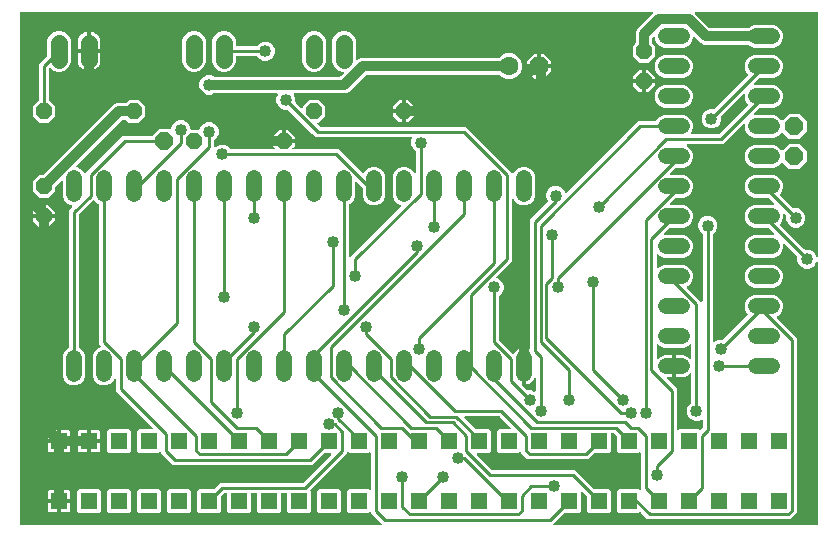
<source format=gbl>
G04 EAGLE Gerber RS-274X export*
G75*
%MOMM*%
%FSLAX34Y34*%
%LPD*%
%INBottom Copper*%
%IPPOS*%
%AMOC8*
5,1,8,0,0,1.08239X$1,22.5*%
G01*
%ADD10R,1.408000X1.408000*%
%ADD11C,1.320800*%
%ADD12C,1.422400*%
%ADD13P,1.429621X8X22.500000*%
%ADD14P,1.429621X8X202.500000*%
%ADD15P,1.649562X8X22.500000*%
%ADD16P,1.429621X8X292.500000*%
%ADD17P,1.732040X8X22.500000*%
%ADD18C,1.600200*%
%ADD19C,0.254000*%
%ADD20C,1.016000*%
%ADD21C,0.812800*%

G36*
X310895Y5092D02*
X310895Y5092D01*
X310966Y5094D01*
X311015Y5112D01*
X311067Y5120D01*
X311130Y5154D01*
X311197Y5179D01*
X311238Y5211D01*
X311284Y5236D01*
X311333Y5288D01*
X311389Y5332D01*
X311418Y5376D01*
X311453Y5414D01*
X311484Y5479D01*
X311522Y5539D01*
X311535Y5590D01*
X311557Y5637D01*
X311565Y5708D01*
X311582Y5778D01*
X311578Y5830D01*
X311584Y5881D01*
X311569Y5952D01*
X311563Y6023D01*
X311543Y6071D01*
X311532Y6122D01*
X311495Y6183D01*
X311467Y6249D01*
X311422Y6305D01*
X311406Y6333D01*
X311388Y6348D01*
X311362Y6380D01*
X309783Y7959D01*
X301955Y15787D01*
X301939Y15799D01*
X301927Y15814D01*
X301840Y15870D01*
X301756Y15931D01*
X301736Y15937D01*
X301720Y15947D01*
X301619Y15973D01*
X301520Y16003D01*
X301501Y16003D01*
X301481Y16007D01*
X301378Y15999D01*
X301275Y15997D01*
X301256Y15990D01*
X301236Y15988D01*
X301141Y15948D01*
X301044Y15912D01*
X301028Y15900D01*
X301010Y15892D01*
X300879Y15787D01*
X300403Y15311D01*
X283797Y15311D01*
X282011Y17097D01*
X282011Y33703D01*
X283797Y35489D01*
X300403Y35489D01*
X300769Y35122D01*
X300828Y35080D01*
X300879Y35031D01*
X300927Y35009D01*
X300969Y34979D01*
X301037Y34958D01*
X301103Y34927D01*
X301154Y34922D01*
X301204Y34906D01*
X301276Y34908D01*
X301347Y34900D01*
X301398Y34911D01*
X301450Y34913D01*
X301517Y34937D01*
X301587Y34953D01*
X301632Y34979D01*
X301681Y34997D01*
X301737Y35042D01*
X301798Y35079D01*
X301832Y35118D01*
X301873Y35151D01*
X301912Y35211D01*
X301958Y35266D01*
X301978Y35314D01*
X302006Y35358D01*
X302023Y35427D01*
X302050Y35494D01*
X302058Y35565D01*
X302066Y35596D01*
X302064Y35620D01*
X302069Y35661D01*
X302069Y65939D01*
X302057Y66010D01*
X302055Y66082D01*
X302037Y66131D01*
X302029Y66182D01*
X301996Y66245D01*
X301971Y66313D01*
X301938Y66354D01*
X301914Y66400D01*
X301862Y66449D01*
X301817Y66505D01*
X301773Y66533D01*
X301736Y66569D01*
X301670Y66599D01*
X301610Y66638D01*
X301560Y66651D01*
X301513Y66673D01*
X301441Y66680D01*
X301372Y66698D01*
X301320Y66694D01*
X301268Y66700D01*
X301198Y66684D01*
X301126Y66679D01*
X301079Y66658D01*
X301028Y66647D01*
X300966Y66611D01*
X300900Y66582D01*
X300844Y66538D01*
X300817Y66521D01*
X300801Y66503D01*
X300769Y66478D01*
X300403Y66111D01*
X283797Y66111D01*
X283321Y66587D01*
X283305Y66599D01*
X283293Y66614D01*
X283206Y66670D01*
X283122Y66731D01*
X283103Y66737D01*
X283086Y66747D01*
X282985Y66773D01*
X282886Y66803D01*
X282867Y66803D01*
X282847Y66807D01*
X282744Y66799D01*
X282641Y66797D01*
X282622Y66790D01*
X282602Y66788D01*
X282507Y66748D01*
X282410Y66712D01*
X282394Y66700D01*
X282376Y66692D01*
X282245Y66587D01*
X250913Y35255D01*
X250901Y35239D01*
X250886Y35227D01*
X250830Y35139D01*
X250769Y35056D01*
X250763Y35037D01*
X250753Y35020D01*
X250727Y34919D01*
X250697Y34820D01*
X250697Y34801D01*
X250693Y34781D01*
X250701Y34678D01*
X250703Y34575D01*
X250710Y34556D01*
X250712Y34536D01*
X250752Y34441D01*
X250788Y34344D01*
X250800Y34328D01*
X250808Y34310D01*
X250913Y34179D01*
X251389Y33703D01*
X251389Y17097D01*
X249603Y15311D01*
X232997Y15311D01*
X231211Y17097D01*
X231211Y31433D01*
X231208Y31452D01*
X231210Y31472D01*
X231188Y31573D01*
X231172Y31675D01*
X231162Y31693D01*
X231158Y31712D01*
X231105Y31801D01*
X231056Y31893D01*
X231042Y31906D01*
X231032Y31923D01*
X230953Y31991D01*
X230878Y32062D01*
X230860Y32070D01*
X230845Y32083D01*
X230749Y32122D01*
X230655Y32166D01*
X230635Y32168D01*
X230617Y32175D01*
X230450Y32194D01*
X226750Y32194D01*
X226730Y32191D01*
X226711Y32193D01*
X226609Y32171D01*
X226507Y32154D01*
X226490Y32145D01*
X226470Y32140D01*
X226381Y32087D01*
X226290Y32039D01*
X226276Y32025D01*
X226259Y32014D01*
X226192Y31936D01*
X226120Y31861D01*
X226112Y31843D01*
X226099Y31827D01*
X226060Y31731D01*
X226017Y31638D01*
X226015Y31618D01*
X226007Y31599D01*
X225989Y31433D01*
X225989Y17097D01*
X224203Y15311D01*
X207597Y15311D01*
X205811Y17097D01*
X205811Y31433D01*
X205808Y31452D01*
X205810Y31472D01*
X205788Y31573D01*
X205772Y31675D01*
X205762Y31693D01*
X205758Y31712D01*
X205705Y31801D01*
X205656Y31893D01*
X205642Y31906D01*
X205632Y31923D01*
X205553Y31991D01*
X205478Y32062D01*
X205460Y32070D01*
X205445Y32083D01*
X205349Y32122D01*
X205255Y32166D01*
X205235Y32168D01*
X205217Y32175D01*
X205050Y32194D01*
X201350Y32194D01*
X201330Y32191D01*
X201311Y32193D01*
X201209Y32171D01*
X201107Y32154D01*
X201090Y32145D01*
X201070Y32140D01*
X200981Y32087D01*
X200890Y32039D01*
X200876Y32025D01*
X200859Y32014D01*
X200792Y31936D01*
X200720Y31861D01*
X200712Y31843D01*
X200699Y31827D01*
X200660Y31731D01*
X200617Y31638D01*
X200615Y31618D01*
X200607Y31599D01*
X200589Y31433D01*
X200589Y17097D01*
X198803Y15311D01*
X182197Y15311D01*
X180411Y17097D01*
X180411Y31433D01*
X180408Y31452D01*
X180410Y31472D01*
X180388Y31573D01*
X180372Y31675D01*
X180362Y31693D01*
X180358Y31712D01*
X180305Y31801D01*
X180256Y31893D01*
X180242Y31906D01*
X180232Y31923D01*
X180153Y31991D01*
X180078Y32062D01*
X180060Y32070D01*
X180045Y32083D01*
X179949Y32122D01*
X179855Y32166D01*
X179835Y32168D01*
X179817Y32175D01*
X179650Y32194D01*
X178317Y32194D01*
X178227Y32179D01*
X178136Y32172D01*
X178106Y32159D01*
X178074Y32154D01*
X177993Y32111D01*
X177909Y32076D01*
X177877Y32050D01*
X177857Y32039D01*
X177834Y32016D01*
X177778Y31971D01*
X175412Y29604D01*
X175359Y29530D01*
X175299Y29461D01*
X175287Y29431D01*
X175268Y29404D01*
X175241Y29317D01*
X175207Y29233D01*
X175203Y29192D01*
X175196Y29169D01*
X175197Y29137D01*
X175189Y29066D01*
X175189Y17097D01*
X173403Y15311D01*
X156797Y15311D01*
X155011Y17097D01*
X155011Y33703D01*
X156797Y35489D01*
X168766Y35489D01*
X168856Y35503D01*
X168947Y35511D01*
X168977Y35523D01*
X169009Y35528D01*
X169089Y35571D01*
X169173Y35607D01*
X169205Y35633D01*
X169226Y35644D01*
X169248Y35667D01*
X169304Y35712D01*
X174424Y40831D01*
X243958Y40831D01*
X244048Y40846D01*
X244139Y40853D01*
X244169Y40866D01*
X244201Y40871D01*
X244282Y40914D01*
X244366Y40949D01*
X244398Y40975D01*
X244418Y40986D01*
X244441Y41009D01*
X244497Y41054D01*
X268254Y64812D01*
X268296Y64870D01*
X268345Y64922D01*
X268367Y64969D01*
X268398Y65011D01*
X268419Y65080D01*
X268449Y65145D01*
X268455Y65197D01*
X268470Y65247D01*
X268468Y65318D01*
X268476Y65389D01*
X268465Y65440D01*
X268464Y65492D01*
X268439Y65560D01*
X268424Y65630D01*
X268397Y65675D01*
X268379Y65723D01*
X268334Y65779D01*
X268298Y65841D01*
X268258Y65875D01*
X268226Y65915D01*
X268165Y65954D01*
X268111Y66001D01*
X268062Y66020D01*
X268019Y66048D01*
X267949Y66066D01*
X267883Y66093D01*
X267811Y66101D01*
X267780Y66109D01*
X267757Y66107D01*
X267716Y66111D01*
X263034Y66111D01*
X262944Y66097D01*
X262853Y66089D01*
X262823Y66077D01*
X262791Y66072D01*
X262711Y66029D01*
X262627Y65993D01*
X262595Y65967D01*
X262574Y65956D01*
X262552Y65933D01*
X262496Y65888D01*
X252614Y56006D01*
X134736Y56006D01*
X131983Y58759D01*
X124155Y66587D01*
X124139Y66599D01*
X124127Y66614D01*
X124040Y66670D01*
X123956Y66731D01*
X123936Y66737D01*
X123920Y66747D01*
X123819Y66773D01*
X123720Y66803D01*
X123701Y66803D01*
X123681Y66807D01*
X123578Y66799D01*
X123475Y66797D01*
X123456Y66790D01*
X123436Y66788D01*
X123341Y66748D01*
X123244Y66712D01*
X123228Y66700D01*
X123210Y66692D01*
X123079Y66587D01*
X122603Y66111D01*
X105997Y66111D01*
X104211Y67897D01*
X104211Y84503D01*
X105997Y86289D01*
X116903Y86289D01*
X116974Y86300D01*
X117046Y86302D01*
X117095Y86320D01*
X117146Y86328D01*
X117209Y86362D01*
X117277Y86387D01*
X117317Y86419D01*
X117363Y86444D01*
X117413Y86496D01*
X117469Y86540D01*
X117497Y86584D01*
X117533Y86622D01*
X117563Y86687D01*
X117602Y86747D01*
X117615Y86798D01*
X117636Y86845D01*
X117644Y86916D01*
X117662Y86986D01*
X117658Y87038D01*
X117664Y87089D01*
X117648Y87160D01*
X117643Y87231D01*
X117622Y87279D01*
X117611Y87330D01*
X117574Y87391D01*
X117546Y87457D01*
X117502Y87513D01*
X117485Y87541D01*
X117467Y87556D01*
X117442Y87588D01*
X86169Y118861D01*
X86169Y128112D01*
X86153Y128208D01*
X86144Y128305D01*
X86133Y128329D01*
X86129Y128355D01*
X86084Y128441D01*
X86044Y128530D01*
X86026Y128549D01*
X86014Y128572D01*
X85943Y128639D01*
X85877Y128711D01*
X85855Y128723D01*
X85836Y128741D01*
X85747Y128782D01*
X85662Y128829D01*
X85636Y128834D01*
X85613Y128845D01*
X85516Y128856D01*
X85420Y128873D01*
X85394Y128869D01*
X85368Y128872D01*
X85273Y128851D01*
X85177Y128837D01*
X85153Y128825D01*
X85128Y128820D01*
X85044Y128770D01*
X84957Y128726D01*
X84939Y128707D01*
X84917Y128694D01*
X84853Y128620D01*
X84785Y128550D01*
X84769Y128522D01*
X84757Y128507D01*
X84744Y128476D01*
X84704Y128403D01*
X84383Y127628D01*
X81668Y124913D01*
X78120Y123443D01*
X74280Y123443D01*
X70732Y124913D01*
X68017Y127628D01*
X66547Y131176D01*
X66547Y148224D01*
X68017Y151772D01*
X70732Y154487D01*
X73364Y155577D01*
X73403Y155602D01*
X73446Y155617D01*
X73507Y155666D01*
X73573Y155707D01*
X73602Y155742D01*
X73638Y155771D01*
X73680Y155837D01*
X73730Y155896D01*
X73746Y155939D01*
X73771Y155978D01*
X73790Y156053D01*
X73818Y156126D01*
X73820Y156172D01*
X73831Y156216D01*
X73825Y156294D01*
X73828Y156372D01*
X73816Y156416D01*
X73812Y156462D01*
X73782Y156533D01*
X73760Y156608D01*
X73734Y156646D01*
X73716Y156688D01*
X73630Y156795D01*
X73620Y156810D01*
X73616Y156813D01*
X73611Y156819D01*
X71881Y158549D01*
X71881Y276328D01*
X71862Y276443D01*
X71845Y276559D01*
X71843Y276565D01*
X71842Y276571D01*
X71787Y276673D01*
X71734Y276778D01*
X71729Y276783D01*
X71726Y276788D01*
X71642Y276868D01*
X71558Y276951D01*
X71552Y276954D01*
X71548Y276958D01*
X71531Y276966D01*
X71411Y277032D01*
X70732Y277313D01*
X68077Y279968D01*
X68061Y279980D01*
X68048Y279995D01*
X67961Y280051D01*
X67877Y280111D01*
X67858Y280117D01*
X67842Y280128D01*
X67741Y280153D01*
X67642Y280184D01*
X67622Y280183D01*
X67603Y280188D01*
X67500Y280180D01*
X67396Y280177D01*
X67378Y280171D01*
X67358Y280169D01*
X67263Y280129D01*
X67165Y280093D01*
X67150Y280081D01*
X67131Y280073D01*
X67000Y279968D01*
X66653Y279621D01*
X55342Y268309D01*
X55289Y268235D01*
X55229Y268166D01*
X55217Y268136D01*
X55198Y268109D01*
X55171Y268022D01*
X55137Y267938D01*
X55133Y267897D01*
X55126Y267874D01*
X55127Y267842D01*
X55119Y267771D01*
X55119Y155472D01*
X55138Y155357D01*
X55155Y155241D01*
X55157Y155235D01*
X55158Y155229D01*
X55213Y155127D01*
X55266Y155022D01*
X55271Y155017D01*
X55274Y155012D01*
X55358Y154932D01*
X55442Y154849D01*
X55448Y154846D01*
X55452Y154842D01*
X55469Y154834D01*
X55589Y154768D01*
X56268Y154487D01*
X58983Y151772D01*
X60453Y148224D01*
X60453Y131176D01*
X58983Y127628D01*
X56268Y124913D01*
X52720Y123443D01*
X48880Y123443D01*
X45332Y124913D01*
X42617Y127628D01*
X41147Y131176D01*
X41147Y148224D01*
X42617Y151772D01*
X45332Y154487D01*
X46011Y154768D01*
X46111Y154830D01*
X46211Y154890D01*
X46215Y154895D01*
X46220Y154898D01*
X46295Y154989D01*
X46371Y155077D01*
X46373Y155083D01*
X46377Y155088D01*
X46419Y155196D01*
X46463Y155305D01*
X46464Y155313D01*
X46465Y155317D01*
X46466Y155335D01*
X46481Y155472D01*
X46481Y271664D01*
X49361Y274544D01*
X49403Y274602D01*
X49452Y274654D01*
X49474Y274701D01*
X49505Y274743D01*
X49526Y274812D01*
X49556Y274877D01*
X49562Y274929D01*
X49577Y274979D01*
X49575Y275050D01*
X49583Y275121D01*
X49572Y275172D01*
X49571Y275224D01*
X49546Y275292D01*
X49531Y275362D01*
X49504Y275407D01*
X49486Y275455D01*
X49441Y275511D01*
X49405Y275573D01*
X49365Y275607D01*
X49333Y275647D01*
X49272Y275686D01*
X49218Y275733D01*
X49169Y275752D01*
X49126Y275780D01*
X49056Y275798D01*
X48990Y275825D01*
X48918Y275833D01*
X48887Y275841D01*
X45332Y277313D01*
X42617Y280028D01*
X41147Y283576D01*
X41147Y295951D01*
X41136Y296021D01*
X41134Y296093D01*
X41116Y296142D01*
X41108Y296193D01*
X41074Y296257D01*
X41049Y296324D01*
X41017Y296365D01*
X40992Y296411D01*
X40940Y296460D01*
X40896Y296516D01*
X40852Y296544D01*
X40814Y296580D01*
X40749Y296610D01*
X40689Y296649D01*
X40638Y296662D01*
X40591Y296684D01*
X40520Y296692D01*
X40450Y296709D01*
X40398Y296705D01*
X40347Y296711D01*
X40276Y296696D01*
X40205Y296690D01*
X40157Y296670D01*
X40106Y296659D01*
X40045Y296622D01*
X39979Y296594D01*
X39923Y296549D01*
X39895Y296532D01*
X39880Y296515D01*
X39848Y296489D01*
X35276Y291917D01*
X35223Y291843D01*
X35163Y291773D01*
X35151Y291743D01*
X35132Y291717D01*
X35105Y291630D01*
X35071Y291545D01*
X35067Y291504D01*
X35060Y291482D01*
X35061Y291450D01*
X35053Y291378D01*
X35053Y288102D01*
X29398Y282447D01*
X21402Y282447D01*
X15747Y288102D01*
X15747Y296098D01*
X21402Y301753D01*
X24678Y301753D01*
X24769Y301767D01*
X24859Y301775D01*
X24889Y301787D01*
X24921Y301792D01*
X25002Y301835D01*
X25086Y301871D01*
X25118Y301897D01*
X25139Y301908D01*
X25161Y301931D01*
X25217Y301976D01*
X84871Y361630D01*
X87485Y362713D01*
X94746Y362713D01*
X94836Y362727D01*
X94927Y362735D01*
X94957Y362747D01*
X94989Y362752D01*
X95070Y362795D01*
X95154Y362831D01*
X95186Y362857D01*
X95207Y362868D01*
X95229Y362891D01*
X95285Y362936D01*
X97602Y365253D01*
X105598Y365253D01*
X111253Y359598D01*
X111253Y351602D01*
X105598Y345947D01*
X97602Y345947D01*
X95285Y348264D01*
X95211Y348317D01*
X95141Y348377D01*
X95111Y348389D01*
X95085Y348408D01*
X94998Y348435D01*
X94913Y348469D01*
X94872Y348473D01*
X94850Y348480D01*
X94818Y348479D01*
X94746Y348487D01*
X92162Y348487D01*
X92071Y348473D01*
X91981Y348465D01*
X91951Y348453D01*
X91919Y348448D01*
X91838Y348405D01*
X91754Y348369D01*
X91722Y348343D01*
X91701Y348332D01*
X91679Y348309D01*
X91623Y348264D01*
X52815Y309457D01*
X52789Y309419D01*
X52755Y309388D01*
X52717Y309320D01*
X52672Y309257D01*
X52658Y309213D01*
X52636Y309173D01*
X52622Y309096D01*
X52600Y309022D01*
X52601Y308976D01*
X52593Y308931D01*
X52604Y308854D01*
X52606Y308776D01*
X52622Y308733D01*
X52628Y308687D01*
X52664Y308618D01*
X52690Y308545D01*
X52719Y308509D01*
X52740Y308468D01*
X52795Y308414D01*
X52844Y308353D01*
X52883Y308328D01*
X52915Y308296D01*
X53035Y308230D01*
X53051Y308220D01*
X53056Y308219D01*
X53062Y308215D01*
X56268Y306887D01*
X58983Y304172D01*
X59304Y303397D01*
X59356Y303314D01*
X59401Y303228D01*
X59420Y303210D01*
X59434Y303188D01*
X59509Y303126D01*
X59579Y303059D01*
X59603Y303048D01*
X59623Y303031D01*
X59714Y302996D01*
X59803Y302955D01*
X59828Y302952D01*
X59853Y302943D01*
X59950Y302939D01*
X60047Y302928D01*
X60072Y302933D01*
X60099Y302932D01*
X60192Y302959D01*
X60287Y302980D01*
X60310Y302994D01*
X60335Y303001D01*
X60415Y303056D01*
X60498Y303106D01*
X60515Y303126D01*
X60537Y303141D01*
X60595Y303219D01*
X60658Y303293D01*
X60665Y303310D01*
X91874Y334519D01*
X115916Y334519D01*
X116006Y334533D01*
X116097Y334541D01*
X116126Y334553D01*
X116158Y334558D01*
X116239Y334601D01*
X116323Y334637D01*
X116355Y334663D01*
X116376Y334674D01*
X116398Y334697D01*
X116454Y334742D01*
X122581Y340869D01*
X131419Y340869D01*
X131859Y340429D01*
X131918Y340387D01*
X131969Y340337D01*
X132017Y340315D01*
X132059Y340285D01*
X132127Y340264D01*
X132193Y340234D01*
X132244Y340228D01*
X132294Y340213D01*
X132366Y340215D01*
X132437Y340207D01*
X132488Y340218D01*
X132540Y340219D01*
X132607Y340244D01*
X132677Y340259D01*
X132722Y340286D01*
X132771Y340304D01*
X132827Y340348D01*
X132888Y340385D01*
X132922Y340425D01*
X132963Y340457D01*
X133002Y340518D01*
X133048Y340572D01*
X133068Y340620D01*
X133096Y340664D01*
X133113Y340734D01*
X133140Y340800D01*
X133148Y340871D01*
X133156Y340903D01*
X133154Y340926D01*
X133159Y340967D01*
X133159Y341342D01*
X134396Y344330D01*
X136683Y346616D01*
X139671Y347854D01*
X142904Y347854D01*
X145892Y346616D01*
X148179Y344330D01*
X149416Y341342D01*
X149416Y340614D01*
X149419Y340594D01*
X149417Y340575D01*
X149439Y340473D01*
X149456Y340371D01*
X149465Y340354D01*
X149470Y340334D01*
X149523Y340245D01*
X149571Y340154D01*
X149585Y340140D01*
X149596Y340123D01*
X149674Y340056D01*
X149749Y339984D01*
X149767Y339976D01*
X149783Y339963D01*
X149879Y339924D01*
X149972Y339881D01*
X149992Y339879D01*
X150011Y339871D01*
X150177Y339853D01*
X156503Y339853D01*
X156618Y339872D01*
X156734Y339889D01*
X156740Y339891D01*
X156746Y339892D01*
X156849Y339947D01*
X156954Y340000D01*
X156958Y340005D01*
X156963Y340008D01*
X157043Y340092D01*
X157126Y340176D01*
X157129Y340182D01*
X157133Y340186D01*
X157141Y340203D01*
X157207Y340323D01*
X158209Y342742D01*
X160495Y345029D01*
X163483Y346266D01*
X166717Y346266D01*
X169705Y345029D01*
X171991Y342742D01*
X173229Y339754D01*
X173229Y336521D01*
X171991Y333533D01*
X169642Y331183D01*
X169589Y331109D01*
X169529Y331040D01*
X169517Y331010D01*
X169498Y330984D01*
X169471Y330897D01*
X169437Y330812D01*
X169433Y330771D01*
X169426Y330749D01*
X169427Y330716D01*
X169419Y330645D01*
X169419Y325627D01*
X169430Y325557D01*
X169432Y325485D01*
X169450Y325436D01*
X169458Y325385D01*
X169492Y325321D01*
X169517Y325254D01*
X169549Y325213D01*
X169574Y325167D01*
X169626Y325118D01*
X169670Y325062D01*
X169714Y325034D01*
X169752Y324998D01*
X169817Y324968D01*
X169877Y324929D01*
X169928Y324916D01*
X169975Y324894D01*
X170046Y324886D01*
X170116Y324869D01*
X170168Y324873D01*
X170219Y324867D01*
X170290Y324882D01*
X170361Y324888D01*
X170409Y324908D01*
X170460Y324919D01*
X170521Y324956D01*
X170587Y324984D01*
X170643Y325029D01*
X170671Y325046D01*
X170686Y325063D01*
X170718Y325089D01*
X171608Y325979D01*
X174596Y327216D01*
X177829Y327216D01*
X180817Y325979D01*
X183167Y323629D01*
X183241Y323576D01*
X183310Y323517D01*
X183340Y323504D01*
X183366Y323486D01*
X183453Y323459D01*
X183538Y323425D01*
X183579Y323420D01*
X183601Y323413D01*
X183634Y323414D01*
X183705Y323406D01*
X220623Y323406D01*
X220694Y323418D01*
X220766Y323420D01*
X220815Y323438D01*
X220866Y323446D01*
X220929Y323480D01*
X220997Y323504D01*
X221037Y323537D01*
X221084Y323561D01*
X221133Y323613D01*
X221189Y323658D01*
X221217Y323702D01*
X221253Y323739D01*
X221283Y323804D01*
X221322Y323865D01*
X221335Y323915D01*
X221357Y323962D01*
X221364Y324034D01*
X221382Y324103D01*
X221378Y324155D01*
X221384Y324207D01*
X221368Y324277D01*
X221363Y324348D01*
X221342Y324396D01*
X221331Y324447D01*
X221295Y324509D01*
X221266Y324575D01*
X221222Y324631D01*
X221205Y324658D01*
X221187Y324674D01*
X221162Y324706D01*
X219455Y326412D01*
X219455Y328677D01*
X227838Y328677D01*
X227858Y328680D01*
X227877Y328678D01*
X227979Y328700D01*
X228081Y328717D01*
X228098Y328726D01*
X228118Y328730D01*
X228207Y328783D01*
X228298Y328832D01*
X228312Y328846D01*
X228329Y328856D01*
X228396Y328935D01*
X228467Y329010D01*
X228476Y329028D01*
X228489Y329043D01*
X228527Y329139D01*
X228571Y329233D01*
X228573Y329253D01*
X228581Y329271D01*
X228599Y329438D01*
X228599Y330201D01*
X228601Y330201D01*
X228601Y329438D01*
X228604Y329418D01*
X228602Y329399D01*
X228624Y329297D01*
X228641Y329195D01*
X228650Y329178D01*
X228654Y329158D01*
X228707Y329069D01*
X228756Y328978D01*
X228770Y328964D01*
X228780Y328947D01*
X228859Y328880D01*
X228934Y328809D01*
X228952Y328800D01*
X228967Y328787D01*
X229063Y328748D01*
X229157Y328705D01*
X229177Y328703D01*
X229195Y328695D01*
X229362Y328677D01*
X237745Y328677D01*
X237745Y326412D01*
X236038Y324706D01*
X235996Y324648D01*
X235947Y324596D01*
X235925Y324548D01*
X235895Y324506D01*
X235874Y324438D01*
X235843Y324372D01*
X235838Y324321D01*
X235822Y324271D01*
X235824Y324199D01*
X235816Y324128D01*
X235827Y324077D01*
X235829Y324025D01*
X235853Y323958D01*
X235869Y323888D01*
X235895Y323843D01*
X235913Y323794D01*
X235958Y323738D01*
X235995Y323677D01*
X236034Y323643D01*
X236067Y323602D01*
X236127Y323563D01*
X236182Y323517D01*
X236230Y323497D01*
X236274Y323469D01*
X236343Y323452D01*
X236410Y323425D01*
X236481Y323417D01*
X236512Y323409D01*
X236536Y323411D01*
X236577Y323406D01*
X274839Y323406D01*
X277592Y320653D01*
X295066Y303179D01*
X295104Y303152D01*
X295135Y303118D01*
X295203Y303081D01*
X295266Y303035D01*
X295310Y303022D01*
X295350Y303000D01*
X295427Y302986D01*
X295501Y302963D01*
X295547Y302964D01*
X295592Y302956D01*
X295669Y302967D01*
X295747Y302969D01*
X295790Y302985D01*
X295835Y302992D01*
X295905Y303027D01*
X295978Y303054D01*
X296014Y303082D01*
X296055Y303103D01*
X296109Y303159D01*
X296170Y303207D01*
X296195Y303246D01*
X296227Y303279D01*
X296293Y303399D01*
X296303Y303414D01*
X296304Y303419D01*
X296308Y303426D01*
X296617Y304172D01*
X299332Y306887D01*
X302880Y308357D01*
X306720Y308357D01*
X310268Y306887D01*
X312983Y304172D01*
X314453Y300624D01*
X314453Y283576D01*
X312983Y280028D01*
X310268Y277313D01*
X306720Y275843D01*
X302880Y275843D01*
X299332Y277313D01*
X296617Y280028D01*
X295147Y283576D01*
X295147Y290567D01*
X295145Y290580D01*
X295146Y290589D01*
X295136Y290636D01*
X295133Y290657D01*
X295125Y290748D01*
X295113Y290778D01*
X295108Y290810D01*
X295065Y290891D01*
X295029Y290975D01*
X295003Y291007D01*
X294992Y291027D01*
X294969Y291050D01*
X294924Y291106D01*
X290352Y295678D01*
X290294Y295719D01*
X290242Y295769D01*
X290195Y295791D01*
X290153Y295821D01*
X290084Y295842D01*
X290019Y295872D01*
X289967Y295878D01*
X289917Y295894D01*
X289846Y295892D01*
X289775Y295900D01*
X289724Y295889D01*
X289672Y295887D01*
X289604Y295863D01*
X289534Y295847D01*
X289490Y295821D01*
X289441Y295803D01*
X289385Y295758D01*
X289323Y295721D01*
X289289Y295682D01*
X289249Y295649D01*
X289210Y295589D01*
X289163Y295534D01*
X289144Y295486D01*
X289116Y295442D01*
X289098Y295373D01*
X289071Y295306D01*
X289063Y295235D01*
X289055Y295204D01*
X289057Y295180D01*
X289053Y295139D01*
X289053Y283576D01*
X287583Y280028D01*
X284868Y277313D01*
X284189Y277032D01*
X284089Y276970D01*
X283989Y276910D01*
X283985Y276905D01*
X283980Y276902D01*
X283905Y276811D01*
X283829Y276723D01*
X283827Y276717D01*
X283823Y276712D01*
X283781Y276603D01*
X283737Y276495D01*
X283736Y276487D01*
X283735Y276483D01*
X283734Y276465D01*
X283719Y276328D01*
X283719Y232927D01*
X283730Y232856D01*
X283732Y232784D01*
X283750Y232735D01*
X283758Y232684D01*
X283792Y232621D01*
X283817Y232553D01*
X283849Y232512D01*
X283874Y232467D01*
X283925Y232417D01*
X283970Y232361D01*
X284014Y232333D01*
X284052Y232297D01*
X284117Y232267D01*
X284177Y232228D01*
X284228Y232215D01*
X284275Y232194D01*
X284346Y232186D01*
X284416Y232168D01*
X284468Y232172D01*
X284519Y232166D01*
X284590Y232182D01*
X284661Y232187D01*
X284709Y232208D01*
X284760Y232219D01*
X284821Y232256D01*
X284887Y232284D01*
X284943Y232328D01*
X284971Y232345D01*
X284986Y232363D01*
X285018Y232388D01*
X327611Y274981D01*
X327638Y275018D01*
X327672Y275049D01*
X327709Y275118D01*
X327755Y275181D01*
X327768Y275225D01*
X327790Y275265D01*
X327804Y275342D01*
X327827Y275416D01*
X327826Y275462D01*
X327834Y275507D01*
X327823Y275584D01*
X327821Y275662D01*
X327805Y275705D01*
X327798Y275750D01*
X327763Y275820D01*
X327736Y275893D01*
X327707Y275929D01*
X327687Y275970D01*
X327631Y276024D01*
X327582Y276085D01*
X327544Y276110D01*
X327511Y276142D01*
X327391Y276208D01*
X327375Y276218D01*
X327371Y276219D01*
X327364Y276223D01*
X324732Y277313D01*
X322017Y280028D01*
X320547Y283576D01*
X320547Y300624D01*
X322017Y304172D01*
X324732Y306887D01*
X328280Y308357D01*
X332120Y308357D01*
X335668Y306887D01*
X338383Y304172D01*
X338704Y303397D01*
X338756Y303314D01*
X338801Y303228D01*
X338820Y303210D01*
X338834Y303188D01*
X338909Y303126D01*
X338979Y303059D01*
X339003Y303048D01*
X339023Y303031D01*
X339114Y302996D01*
X339203Y302955D01*
X339228Y302952D01*
X339253Y302943D01*
X339350Y302939D01*
X339447Y302928D01*
X339472Y302933D01*
X339499Y302932D01*
X339592Y302959D01*
X339687Y302980D01*
X339710Y302994D01*
X339735Y303001D01*
X339815Y303056D01*
X339898Y303106D01*
X339915Y303126D01*
X339937Y303141D01*
X339995Y303219D01*
X340058Y303293D01*
X340068Y303317D01*
X340084Y303338D01*
X340114Y303431D01*
X340150Y303521D01*
X340154Y303554D01*
X340160Y303572D01*
X340160Y303605D01*
X340169Y303688D01*
X340169Y321120D01*
X340154Y321210D01*
X340147Y321301D01*
X340134Y321331D01*
X340129Y321363D01*
X340086Y321444D01*
X340051Y321527D01*
X340025Y321560D01*
X340014Y321580D01*
X339991Y321602D01*
X339946Y321658D01*
X337596Y324008D01*
X336359Y326996D01*
X336359Y330229D01*
X337410Y332766D01*
X337420Y332811D01*
X337439Y332853D01*
X337448Y332930D01*
X337466Y333006D01*
X337461Y333051D01*
X337466Y333097D01*
X337450Y333173D01*
X337443Y333251D01*
X337424Y333292D01*
X337414Y333337D01*
X337374Y333404D01*
X337343Y333475D01*
X337312Y333509D01*
X337288Y333548D01*
X337229Y333599D01*
X337176Y333656D01*
X337136Y333679D01*
X337101Y333708D01*
X337029Y333737D01*
X336961Y333775D01*
X336916Y333783D01*
X336873Y333800D01*
X336737Y333815D01*
X336719Y333819D01*
X336714Y333818D01*
X336706Y333819D01*
X255386Y333819D01*
X252633Y336572D01*
X232432Y356773D01*
X232358Y356826D01*
X232288Y356886D01*
X232258Y356898D01*
X232232Y356917D01*
X232145Y356944D01*
X232060Y356978D01*
X232019Y356982D01*
X231997Y356989D01*
X231965Y356988D01*
X231893Y356996D01*
X228571Y356996D01*
X225583Y358234D01*
X223296Y360520D01*
X222059Y363508D01*
X222059Y366742D01*
X223267Y369660D01*
X223278Y369704D01*
X223297Y369746D01*
X223306Y369823D01*
X223324Y369899D01*
X223319Y369945D01*
X223324Y369990D01*
X223308Y370067D01*
X223300Y370144D01*
X223282Y370186D01*
X223272Y370231D01*
X223232Y370298D01*
X223200Y370369D01*
X223169Y370403D01*
X223146Y370442D01*
X223087Y370493D01*
X223034Y370550D01*
X222994Y370572D01*
X222959Y370602D01*
X222887Y370631D01*
X222819Y370668D01*
X222773Y370677D01*
X222731Y370694D01*
X222595Y370709D01*
X222576Y370712D01*
X222571Y370711D01*
X222564Y370712D01*
X169321Y370712D01*
X169257Y370702D01*
X169191Y370701D01*
X169111Y370678D01*
X169078Y370673D01*
X169061Y370663D01*
X169030Y370654D01*
X166717Y369696D01*
X163483Y369696D01*
X160495Y370934D01*
X158209Y373220D01*
X156971Y376208D01*
X156971Y379442D01*
X158209Y382430D01*
X160495Y384716D01*
X163483Y385954D01*
X166717Y385954D01*
X169030Y384996D01*
X169094Y384981D01*
X169154Y384956D01*
X169237Y384947D01*
X169269Y384940D01*
X169289Y384941D01*
X169321Y384938D01*
X276138Y384938D01*
X276229Y384952D01*
X276319Y384960D01*
X276349Y384972D01*
X276381Y384977D01*
X276462Y385020D01*
X276546Y385056D01*
X276578Y385082D01*
X276599Y385093D01*
X276605Y385099D01*
X276622Y385117D01*
X276677Y385161D01*
X279344Y387828D01*
X279386Y387886D01*
X279435Y387938D01*
X279457Y387985D01*
X279487Y388027D01*
X279508Y388096D01*
X279539Y388161D01*
X279544Y388213D01*
X279560Y388263D01*
X279558Y388334D01*
X279566Y388405D01*
X279555Y388456D01*
X279553Y388508D01*
X279529Y388576D01*
X279514Y388646D01*
X279487Y388691D01*
X279469Y388739D01*
X279424Y388795D01*
X279387Y388857D01*
X279348Y388891D01*
X279315Y388931D01*
X279255Y388970D01*
X279200Y389017D01*
X279152Y389036D01*
X279108Y389064D01*
X279039Y389082D01*
X278972Y389109D01*
X278901Y389117D01*
X278870Y389125D01*
X278846Y389123D01*
X278806Y389127D01*
X277379Y389127D01*
X273644Y390674D01*
X270786Y393532D01*
X269239Y397267D01*
X269239Y415533D01*
X270786Y419268D01*
X273644Y422126D01*
X277379Y423673D01*
X281421Y423673D01*
X285156Y422126D01*
X288014Y419268D01*
X289561Y415533D01*
X289561Y399882D01*
X289572Y399812D01*
X289574Y399740D01*
X289592Y399691D01*
X289600Y399640D01*
X289634Y399576D01*
X289659Y399509D01*
X289691Y399468D01*
X289716Y399422D01*
X289768Y399373D01*
X289812Y399317D01*
X289856Y399289D01*
X289894Y399253D01*
X289959Y399223D01*
X290019Y399184D01*
X290070Y399171D01*
X290117Y399149D01*
X290188Y399141D01*
X290258Y399124D01*
X290310Y399128D01*
X290361Y399122D01*
X290432Y399137D01*
X290503Y399143D01*
X290551Y399163D01*
X290602Y399174D01*
X290663Y399211D01*
X290729Y399239D01*
X290785Y399284D01*
X290813Y399301D01*
X290828Y399318D01*
X290860Y399344D01*
X291246Y399730D01*
X293860Y400813D01*
X410271Y400813D01*
X410361Y400827D01*
X410452Y400835D01*
X410482Y400847D01*
X410513Y400852D01*
X410594Y400895D01*
X410678Y400931D01*
X410710Y400957D01*
X410731Y400968D01*
X410753Y400991D01*
X410809Y401036D01*
X412841Y403067D01*
X416902Y404750D01*
X421298Y404750D01*
X425359Y403067D01*
X428467Y399959D01*
X430150Y395898D01*
X430150Y391502D01*
X428467Y387441D01*
X425359Y384333D01*
X421298Y382650D01*
X416902Y382650D01*
X412841Y384333D01*
X410809Y386364D01*
X410735Y386417D01*
X410666Y386477D01*
X410635Y386489D01*
X410609Y386508D01*
X410522Y386535D01*
X410437Y386569D01*
X410397Y386573D01*
X410374Y386580D01*
X410342Y386579D01*
X410271Y386587D01*
X298537Y386587D01*
X298446Y386573D01*
X298356Y386565D01*
X298326Y386553D01*
X298294Y386548D01*
X298213Y386505D01*
X298129Y386469D01*
X298097Y386443D01*
X298076Y386432D01*
X298054Y386409D01*
X297998Y386364D01*
X283429Y371795D01*
X280815Y370712D01*
X237811Y370712D01*
X237766Y370705D01*
X237720Y370707D01*
X237645Y370685D01*
X237568Y370673D01*
X237528Y370651D01*
X237484Y370638D01*
X237420Y370594D01*
X237351Y370557D01*
X237319Y370524D01*
X237282Y370498D01*
X237235Y370435D01*
X237181Y370379D01*
X237162Y370337D01*
X237135Y370301D01*
X237111Y370227D01*
X237078Y370156D01*
X237073Y370110D01*
X237059Y370067D01*
X237059Y369989D01*
X237051Y369912D01*
X237060Y369867D01*
X237061Y369821D01*
X237099Y369689D01*
X237103Y369671D01*
X237106Y369667D01*
X237108Y369660D01*
X238316Y366742D01*
X238316Y363419D01*
X238331Y363329D01*
X238338Y363238D01*
X238351Y363208D01*
X238356Y363176D01*
X238399Y363096D01*
X238434Y363012D01*
X238460Y362980D01*
X238471Y362959D01*
X238494Y362937D01*
X238539Y362881D01*
X243048Y358372D01*
X243106Y358331D01*
X243158Y358281D01*
X243205Y358259D01*
X243247Y358229D01*
X243316Y358208D01*
X243381Y358178D01*
X243433Y358172D01*
X243483Y358156D01*
X243554Y358158D01*
X243625Y358150D01*
X243676Y358161D01*
X243728Y358163D01*
X243796Y358187D01*
X243866Y358203D01*
X243910Y358229D01*
X243959Y358247D01*
X244015Y358292D01*
X244077Y358329D01*
X244111Y358368D01*
X244151Y358401D01*
X244190Y358461D01*
X244237Y358516D01*
X244256Y358564D01*
X244284Y358608D01*
X244302Y358677D01*
X244329Y358744D01*
X244337Y358815D01*
X244345Y358846D01*
X244343Y358870D01*
X244347Y358911D01*
X244347Y359598D01*
X250002Y365253D01*
X257998Y365253D01*
X263653Y359598D01*
X263653Y351602D01*
X257998Y345947D01*
X257311Y345947D01*
X257240Y345936D01*
X257168Y345934D01*
X257119Y345916D01*
X257068Y345908D01*
X257005Y345874D01*
X256937Y345849D01*
X256897Y345817D01*
X256851Y345792D01*
X256801Y345740D01*
X256745Y345696D01*
X256717Y345652D01*
X256681Y345614D01*
X256651Y345549D01*
X256612Y345489D01*
X256599Y345438D01*
X256578Y345391D01*
X256570Y345320D01*
X256552Y345250D01*
X256556Y345198D01*
X256550Y345147D01*
X256566Y345076D01*
X256571Y345005D01*
X256592Y344957D01*
X256603Y344906D01*
X256639Y344845D01*
X256668Y344779D01*
X256712Y344723D01*
X256729Y344695D01*
X256747Y344680D01*
X256772Y344648D01*
X258741Y342679D01*
X258815Y342626D01*
X258884Y342567D01*
X258914Y342555D01*
X258941Y342536D01*
X259028Y342509D01*
X259112Y342475D01*
X259153Y342470D01*
X259176Y342463D01*
X259208Y342464D01*
X259279Y342456D01*
X382789Y342456D01*
X421941Y303304D01*
X421956Y303270D01*
X421974Y303251D01*
X421986Y303228D01*
X422057Y303161D01*
X422123Y303089D01*
X422145Y303077D01*
X422164Y303059D01*
X422253Y303018D01*
X422338Y302971D01*
X422364Y302966D01*
X422387Y302955D01*
X422484Y302944D01*
X422580Y302927D01*
X422606Y302931D01*
X422632Y302928D01*
X422727Y302949D01*
X422823Y302963D01*
X422847Y302975D01*
X422872Y302980D01*
X422956Y303030D01*
X423043Y303074D01*
X423061Y303093D01*
X423083Y303106D01*
X423147Y303180D01*
X423215Y303250D01*
X423231Y303278D01*
X423243Y303293D01*
X423256Y303324D01*
X423296Y303397D01*
X423617Y304172D01*
X426332Y306887D01*
X429880Y308357D01*
X433720Y308357D01*
X437268Y306887D01*
X439983Y304172D01*
X441453Y300624D01*
X441453Y283576D01*
X439983Y280028D01*
X437268Y277313D01*
X433720Y275843D01*
X429880Y275843D01*
X426332Y277313D01*
X423617Y280028D01*
X423296Y280803D01*
X423244Y280886D01*
X423199Y280972D01*
X423180Y280990D01*
X423166Y281012D01*
X423091Y281074D01*
X423021Y281141D01*
X422997Y281152D01*
X422977Y281169D01*
X422886Y281204D01*
X422797Y281245D01*
X422772Y281248D01*
X422747Y281257D01*
X422650Y281261D01*
X422553Y281272D01*
X422528Y281267D01*
X422501Y281268D01*
X422408Y281241D01*
X422313Y281220D01*
X422290Y281206D01*
X422265Y281199D01*
X422185Y281144D01*
X422102Y281094D01*
X422085Y281074D01*
X422063Y281059D01*
X422005Y280981D01*
X421942Y280907D01*
X421932Y280883D01*
X421916Y280862D01*
X421886Y280769D01*
X421850Y280679D01*
X421846Y280646D01*
X421840Y280628D01*
X421840Y280595D01*
X421831Y280512D01*
X421831Y228399D01*
X408766Y215333D01*
X408739Y215296D01*
X408705Y215265D01*
X408667Y215196D01*
X408622Y215133D01*
X408609Y215089D01*
X408586Y215049D01*
X408572Y214972D01*
X408550Y214898D01*
X408551Y214852D01*
X408543Y214807D01*
X408554Y214730D01*
X408556Y214652D01*
X408572Y214609D01*
X408578Y214564D01*
X408614Y214494D01*
X408640Y214421D01*
X408669Y214385D01*
X408690Y214344D01*
X408746Y214290D01*
X408794Y214229D01*
X408833Y214204D01*
X408866Y214172D01*
X408985Y214106D01*
X409001Y214096D01*
X409006Y214095D01*
X409012Y214091D01*
X411005Y213266D01*
X413291Y210980D01*
X414529Y207992D01*
X414529Y204758D01*
X413291Y201770D01*
X410942Y199421D01*
X410889Y199347D01*
X410829Y199278D01*
X410817Y199247D01*
X410798Y199221D01*
X410771Y199134D01*
X410737Y199049D01*
X410733Y199008D01*
X410726Y198986D01*
X410727Y198954D01*
X410719Y198883D01*
X410719Y162442D01*
X410733Y162352D01*
X410741Y162261D01*
X410753Y162231D01*
X410758Y162199D01*
X410801Y162118D01*
X410837Y162034D01*
X410863Y162002D01*
X410874Y161982D01*
X410897Y161959D01*
X410942Y161903D01*
X422455Y150390D01*
X422492Y150363D01*
X422524Y150329D01*
X422592Y150292D01*
X422655Y150247D01*
X422699Y150233D01*
X422739Y150211D01*
X422816Y150197D01*
X422890Y150174D01*
X422936Y150175D01*
X422981Y150167D01*
X423058Y150179D01*
X423136Y150181D01*
X423179Y150196D01*
X423225Y150203D01*
X423294Y150238D01*
X423367Y150265D01*
X423403Y150294D01*
X423444Y150315D01*
X423498Y150370D01*
X423559Y150419D01*
X423584Y150457D01*
X423616Y150490D01*
X423682Y150610D01*
X423692Y150626D01*
X423693Y150631D01*
X423695Y150634D01*
X424697Y152134D01*
X425970Y153407D01*
X427468Y154408D01*
X429133Y155097D01*
X430277Y155325D01*
X430277Y140462D01*
X430280Y140442D01*
X430278Y140423D01*
X430300Y140321D01*
X430317Y140219D01*
X430326Y140202D01*
X430330Y140182D01*
X430383Y140093D01*
X430432Y140002D01*
X430446Y139988D01*
X430456Y139971D01*
X430535Y139904D01*
X430610Y139833D01*
X430628Y139824D01*
X430643Y139811D01*
X430739Y139773D01*
X430833Y139729D01*
X430853Y139727D01*
X430871Y139719D01*
X431038Y139701D01*
X432562Y139701D01*
X432582Y139704D01*
X432601Y139702D01*
X432703Y139724D01*
X432805Y139741D01*
X432822Y139750D01*
X432842Y139754D01*
X432931Y139807D01*
X433022Y139856D01*
X433036Y139870D01*
X433053Y139880D01*
X433120Y139959D01*
X433191Y140034D01*
X433200Y140052D01*
X433213Y140067D01*
X433252Y140163D01*
X433295Y140257D01*
X433297Y140277D01*
X433305Y140295D01*
X433323Y140462D01*
X433323Y155325D01*
X434467Y155097D01*
X435954Y154482D01*
X435998Y154471D01*
X436040Y154452D01*
X436117Y154443D01*
X436193Y154425D01*
X436239Y154430D01*
X436284Y154425D01*
X436361Y154441D01*
X436438Y154449D01*
X436480Y154467D01*
X436525Y154477D01*
X436592Y154517D01*
X436663Y154549D01*
X436697Y154580D01*
X436736Y154603D01*
X436787Y154662D01*
X436844Y154715D01*
X436866Y154755D01*
X436896Y154790D01*
X436925Y154862D01*
X436962Y154930D01*
X436971Y154976D01*
X436988Y155018D01*
X437003Y155154D01*
X437006Y155173D01*
X437005Y155178D01*
X437006Y155185D01*
X437006Y263726D01*
X439759Y266479D01*
X451829Y278549D01*
X451841Y278565D01*
X451856Y278578D01*
X451912Y278665D01*
X451972Y278749D01*
X451978Y278768D01*
X451989Y278785D01*
X452014Y278885D01*
X452045Y278984D01*
X452044Y279004D01*
X452049Y279023D01*
X452041Y279126D01*
X452038Y279230D01*
X452031Y279248D01*
X452030Y279268D01*
X451989Y279363D01*
X451954Y279461D01*
X451941Y279476D01*
X451933Y279495D01*
X451911Y279523D01*
X450659Y282546D01*
X450659Y285779D01*
X451896Y288767D01*
X454183Y291054D01*
X457171Y292291D01*
X460404Y292291D01*
X463392Y291054D01*
X465679Y288767D01*
X466504Y286775D01*
X466528Y286736D01*
X466544Y286693D01*
X466592Y286632D01*
X466633Y286566D01*
X466669Y286537D01*
X466697Y286501D01*
X466763Y286459D01*
X466823Y286409D01*
X466866Y286393D01*
X466904Y286368D01*
X466980Y286349D01*
X467053Y286321D01*
X467098Y286319D01*
X467143Y286308D01*
X467220Y286314D01*
X467298Y286311D01*
X467342Y286323D01*
X467388Y286327D01*
X467460Y286357D01*
X467535Y286379D01*
X467572Y286405D01*
X467614Y286423D01*
X467721Y286509D01*
X467737Y286519D01*
X467740Y286523D01*
X467745Y286528D01*
X525683Y344466D01*
X528436Y347219D01*
X543028Y347219D01*
X543143Y347238D01*
X543259Y347255D01*
X543265Y347257D01*
X543271Y347258D01*
X543373Y347313D01*
X543478Y347366D01*
X543483Y347371D01*
X543488Y347374D01*
X543568Y347458D01*
X543651Y347542D01*
X543654Y347548D01*
X543658Y347552D01*
X543666Y347569D01*
X543732Y347689D01*
X544013Y348368D01*
X546728Y351083D01*
X550276Y352553D01*
X567324Y352553D01*
X570872Y351083D01*
X573587Y348368D01*
X575057Y344820D01*
X575057Y340980D01*
X573587Y337432D01*
X573561Y337406D01*
X573519Y337348D01*
X573470Y337296D01*
X573448Y337248D01*
X573417Y337206D01*
X573396Y337138D01*
X573366Y337072D01*
X573360Y337021D01*
X573345Y336971D01*
X573347Y336899D01*
X573339Y336828D01*
X573350Y336777D01*
X573351Y336725D01*
X573376Y336658D01*
X573391Y336588D01*
X573418Y336543D01*
X573436Y336494D01*
X573481Y336438D01*
X573517Y336377D01*
X573557Y336343D01*
X573589Y336302D01*
X573650Y336263D01*
X573704Y336217D01*
X573752Y336197D01*
X573796Y336169D01*
X573866Y336152D01*
X573932Y336125D01*
X574004Y336117D01*
X574035Y336109D01*
X574058Y336111D01*
X574099Y336106D01*
X596383Y336106D01*
X596473Y336121D01*
X596564Y336128D01*
X596594Y336141D01*
X596626Y336146D01*
X596707Y336189D01*
X596791Y336224D01*
X596823Y336250D01*
X596843Y336261D01*
X596866Y336284D01*
X596922Y336329D01*
X621280Y360688D01*
X621292Y360704D01*
X621308Y360717D01*
X621364Y360804D01*
X621424Y360888D01*
X621430Y360907D01*
X621441Y360924D01*
X621466Y361024D01*
X621496Y361123D01*
X621496Y361143D01*
X621501Y361162D01*
X621493Y361265D01*
X621490Y361369D01*
X621483Y361387D01*
X621482Y361407D01*
X621441Y361502D01*
X621406Y361600D01*
X621393Y361615D01*
X621385Y361634D01*
X621280Y361765D01*
X620213Y362832D01*
X618743Y366380D01*
X618743Y369498D01*
X618732Y369569D01*
X618730Y369640D01*
X618712Y369689D01*
X618704Y369741D01*
X618670Y369804D01*
X618645Y369871D01*
X618613Y369912D01*
X618588Y369958D01*
X618536Y370007D01*
X618492Y370063D01*
X618448Y370092D01*
X618410Y370127D01*
X618345Y370158D01*
X618285Y370196D01*
X618234Y370209D01*
X618187Y370231D01*
X618116Y370239D01*
X618046Y370256D01*
X617994Y370252D01*
X617943Y370258D01*
X617872Y370243D01*
X617801Y370237D01*
X617753Y370217D01*
X617702Y370206D01*
X617641Y370169D01*
X617575Y370141D01*
X617519Y370096D01*
X617491Y370080D01*
X617476Y370062D01*
X617444Y370036D01*
X598902Y351494D01*
X598849Y351420D01*
X598789Y351351D01*
X598777Y351321D01*
X598758Y351294D01*
X598731Y351207D01*
X598697Y351123D01*
X598693Y351082D01*
X598686Y351059D01*
X598687Y351027D01*
X598679Y350956D01*
X598679Y347633D01*
X597441Y344645D01*
X595155Y342359D01*
X592167Y341121D01*
X588933Y341121D01*
X585945Y342359D01*
X583659Y344645D01*
X582421Y347633D01*
X582421Y350867D01*
X583659Y353855D01*
X585945Y356141D01*
X588933Y357379D01*
X592256Y357379D01*
X592346Y357393D01*
X592437Y357401D01*
X592467Y357413D01*
X592499Y357418D01*
X592579Y357461D01*
X592663Y357497D01*
X592695Y357523D01*
X592716Y357534D01*
X592738Y357557D01*
X592794Y357602D01*
X621280Y386088D01*
X621292Y386104D01*
X621308Y386117D01*
X621364Y386204D01*
X621424Y386288D01*
X621430Y386307D01*
X621441Y386324D01*
X621466Y386424D01*
X621496Y386523D01*
X621496Y386543D01*
X621501Y386562D01*
X621493Y386665D01*
X621490Y386769D01*
X621483Y386787D01*
X621482Y386807D01*
X621441Y386902D01*
X621406Y387000D01*
X621393Y387015D01*
X621385Y387034D01*
X621280Y387165D01*
X620213Y388232D01*
X618743Y391780D01*
X618743Y395620D01*
X620213Y399168D01*
X622928Y401883D01*
X626476Y403353D01*
X643524Y403353D01*
X647072Y401883D01*
X649787Y399168D01*
X651257Y395620D01*
X651257Y391780D01*
X649787Y388232D01*
X647072Y385517D01*
X643524Y384047D01*
X631770Y384047D01*
X631680Y384033D01*
X631589Y384025D01*
X631559Y384013D01*
X631527Y384008D01*
X631447Y383965D01*
X631363Y383929D01*
X631331Y383903D01*
X631310Y383892D01*
X631288Y383869D01*
X631232Y383824D01*
X626660Y379252D01*
X626618Y379194D01*
X626569Y379142D01*
X626547Y379095D01*
X626516Y379053D01*
X626495Y378984D01*
X626465Y378919D01*
X626459Y378867D01*
X626444Y378817D01*
X626446Y378746D01*
X626438Y378675D01*
X626449Y378624D01*
X626450Y378572D01*
X626475Y378504D01*
X626490Y378434D01*
X626517Y378390D01*
X626535Y378341D01*
X626580Y378285D01*
X626616Y378223D01*
X626656Y378189D01*
X626688Y378149D01*
X626749Y378110D01*
X626803Y378063D01*
X626852Y378044D01*
X626895Y378016D01*
X626965Y377998D01*
X627031Y377971D01*
X627103Y377963D01*
X627134Y377955D01*
X627157Y377957D01*
X627198Y377953D01*
X643524Y377953D01*
X647072Y376483D01*
X649787Y373768D01*
X651257Y370220D01*
X651257Y366380D01*
X649787Y362832D01*
X647072Y360117D01*
X643524Y358647D01*
X631770Y358647D01*
X631680Y358633D01*
X631589Y358625D01*
X631559Y358613D01*
X631527Y358608D01*
X631447Y358565D01*
X631363Y358529D01*
X631331Y358503D01*
X631310Y358492D01*
X631288Y358469D01*
X631232Y358424D01*
X626660Y353852D01*
X626618Y353794D01*
X626569Y353742D01*
X626547Y353695D01*
X626516Y353653D01*
X626495Y353584D01*
X626465Y353519D01*
X626459Y353467D01*
X626444Y353417D01*
X626446Y353346D01*
X626438Y353275D01*
X626449Y353224D01*
X626450Y353172D01*
X626475Y353104D01*
X626490Y353034D01*
X626517Y352990D01*
X626535Y352941D01*
X626580Y352885D01*
X626616Y352823D01*
X626656Y352789D01*
X626688Y352749D01*
X626749Y352710D01*
X626803Y352663D01*
X626852Y352644D01*
X626895Y352616D01*
X626965Y352598D01*
X627031Y352571D01*
X627103Y352563D01*
X627134Y352555D01*
X627157Y352557D01*
X627198Y352553D01*
X643524Y352553D01*
X647072Y351083D01*
X649745Y348410D01*
X649761Y348398D01*
X649774Y348383D01*
X649861Y348326D01*
X649945Y348266D01*
X649964Y348260D01*
X649981Y348250D01*
X650081Y348224D01*
X650180Y348194D01*
X650200Y348194D01*
X650219Y348189D01*
X650322Y348197D01*
X650426Y348200D01*
X650445Y348207D01*
X650465Y348209D01*
X650559Y348249D01*
X650657Y348285D01*
X650673Y348297D01*
X650691Y348305D01*
X650822Y348410D01*
X655981Y353569D01*
X664819Y353569D01*
X671069Y347319D01*
X671069Y338481D01*
X664819Y332231D01*
X655981Y332231D01*
X650822Y337390D01*
X650806Y337402D01*
X650793Y337417D01*
X650706Y337474D01*
X650622Y337534D01*
X650603Y337540D01*
X650586Y337550D01*
X650486Y337576D01*
X650387Y337606D01*
X650367Y337606D01*
X650348Y337611D01*
X650245Y337603D01*
X650141Y337600D01*
X650122Y337593D01*
X650103Y337591D01*
X650008Y337551D01*
X649910Y337515D01*
X649895Y337503D01*
X649876Y337495D01*
X649745Y337390D01*
X647072Y334717D01*
X643524Y333247D01*
X626476Y333247D01*
X622928Y334717D01*
X620213Y337432D01*
X618743Y340980D01*
X618743Y344098D01*
X618732Y344169D01*
X618730Y344240D01*
X618712Y344289D01*
X618704Y344341D01*
X618670Y344404D01*
X618645Y344471D01*
X618613Y344512D01*
X618588Y344558D01*
X618536Y344607D01*
X618492Y344663D01*
X618448Y344692D01*
X618410Y344727D01*
X618345Y344758D01*
X618285Y344796D01*
X618234Y344809D01*
X618187Y344831D01*
X618116Y344839D01*
X618046Y344856D01*
X617994Y344852D01*
X617943Y344858D01*
X617872Y344843D01*
X617801Y344837D01*
X617753Y344817D01*
X617702Y344806D01*
X617641Y344769D01*
X617575Y344741D01*
X617519Y344696D01*
X617491Y344680D01*
X617476Y344662D01*
X617444Y344636D01*
X600276Y327469D01*
X570388Y327469D01*
X570292Y327453D01*
X570195Y327444D01*
X570171Y327433D01*
X570145Y327429D01*
X570059Y327384D01*
X569970Y327344D01*
X569951Y327326D01*
X569928Y327314D01*
X569861Y327243D01*
X569789Y327177D01*
X569777Y327155D01*
X569759Y327136D01*
X569718Y327047D01*
X569671Y326962D01*
X569666Y326936D01*
X569655Y326913D01*
X569644Y326816D01*
X569627Y326720D01*
X569631Y326694D01*
X569628Y326668D01*
X569649Y326573D01*
X569663Y326477D01*
X569675Y326453D01*
X569680Y326428D01*
X569730Y326344D01*
X569774Y326257D01*
X569793Y326239D01*
X569806Y326217D01*
X569880Y326153D01*
X569950Y326085D01*
X569978Y326069D01*
X569993Y326057D01*
X570024Y326044D01*
X570097Y326004D01*
X570872Y325683D01*
X573587Y322968D01*
X575057Y319420D01*
X575057Y315580D01*
X573587Y312032D01*
X570872Y309317D01*
X567324Y307847D01*
X560333Y307847D01*
X560243Y307833D01*
X560152Y307825D01*
X560122Y307813D01*
X560090Y307808D01*
X560009Y307765D01*
X559925Y307729D01*
X559893Y307703D01*
X559873Y307692D01*
X559850Y307669D01*
X559794Y307624D01*
X555222Y303052D01*
X555181Y302994D01*
X555131Y302942D01*
X555109Y302895D01*
X555079Y302853D01*
X555058Y302784D01*
X555028Y302719D01*
X555022Y302667D01*
X555006Y302617D01*
X555008Y302546D01*
X555000Y302475D01*
X555011Y302424D01*
X555013Y302372D01*
X555037Y302304D01*
X555053Y302234D01*
X555079Y302189D01*
X555097Y302141D01*
X555142Y302085D01*
X555179Y302023D01*
X555218Y301989D01*
X555251Y301949D01*
X555311Y301910D01*
X555366Y301863D01*
X555414Y301844D01*
X555458Y301816D01*
X555527Y301798D01*
X555594Y301771D01*
X555665Y301763D01*
X555696Y301755D01*
X555720Y301757D01*
X555761Y301753D01*
X567324Y301753D01*
X570872Y300283D01*
X573587Y297568D01*
X575057Y294020D01*
X575057Y290180D01*
X573587Y286632D01*
X570872Y283917D01*
X567324Y282447D01*
X560333Y282447D01*
X560243Y282433D01*
X560152Y282425D01*
X560122Y282413D01*
X560090Y282408D01*
X560009Y282365D01*
X559925Y282329D01*
X559893Y282303D01*
X559873Y282292D01*
X559850Y282269D01*
X559794Y282224D01*
X555222Y277652D01*
X555181Y277594D01*
X555131Y277542D01*
X555109Y277495D01*
X555079Y277453D01*
X555058Y277384D01*
X555028Y277319D01*
X555022Y277267D01*
X555006Y277217D01*
X555008Y277146D01*
X555000Y277075D01*
X555011Y277024D01*
X555013Y276972D01*
X555037Y276904D01*
X555053Y276834D01*
X555079Y276790D01*
X555097Y276741D01*
X555142Y276685D01*
X555179Y276623D01*
X555218Y276589D01*
X555251Y276549D01*
X555311Y276510D01*
X555366Y276463D01*
X555414Y276444D01*
X555458Y276416D01*
X555527Y276398D01*
X555594Y276371D01*
X555665Y276363D01*
X555696Y276355D01*
X555720Y276357D01*
X555761Y276353D01*
X567324Y276353D01*
X570872Y274883D01*
X573587Y272168D01*
X575057Y268620D01*
X575057Y264780D01*
X573587Y261232D01*
X570872Y258517D01*
X567324Y257047D01*
X555570Y257047D01*
X555480Y257033D01*
X555389Y257025D01*
X555359Y257013D01*
X555327Y257008D01*
X555247Y256965D01*
X555163Y256929D01*
X555131Y256903D01*
X555110Y256892D01*
X555088Y256869D01*
X555032Y256824D01*
X550460Y252252D01*
X550418Y252194D01*
X550369Y252142D01*
X550347Y252095D01*
X550316Y252053D01*
X550295Y251984D01*
X550265Y251919D01*
X550259Y251867D01*
X550244Y251817D01*
X550246Y251746D01*
X550238Y251675D01*
X550249Y251624D01*
X550250Y251572D01*
X550275Y251504D01*
X550290Y251434D01*
X550317Y251390D01*
X550335Y251341D01*
X550380Y251285D01*
X550416Y251223D01*
X550456Y251189D01*
X550488Y251149D01*
X550549Y251110D01*
X550603Y251063D01*
X550652Y251044D01*
X550695Y251016D01*
X550765Y250998D01*
X550831Y250971D01*
X550903Y250963D01*
X550934Y250955D01*
X550957Y250957D01*
X550998Y250953D01*
X567324Y250953D01*
X570872Y249483D01*
X573587Y246768D01*
X575057Y243220D01*
X575057Y239380D01*
X573587Y235832D01*
X570872Y233117D01*
X567324Y231647D01*
X550276Y231647D01*
X546728Y233117D01*
X545368Y234477D01*
X545310Y234519D01*
X545258Y234568D01*
X545211Y234590D01*
X545169Y234620D01*
X545100Y234641D01*
X545035Y234672D01*
X544983Y234677D01*
X544933Y234693D01*
X544862Y234691D01*
X544791Y234699D01*
X544740Y234688D01*
X544688Y234686D01*
X544620Y234662D01*
X544550Y234646D01*
X544505Y234620D01*
X544457Y234602D01*
X544401Y234557D01*
X544339Y234520D01*
X544305Y234481D01*
X544265Y234448D01*
X544226Y234388D01*
X544179Y234333D01*
X544160Y234285D01*
X544132Y234241D01*
X544114Y234172D01*
X544087Y234105D01*
X544079Y234034D01*
X544071Y234003D01*
X544073Y233979D01*
X544069Y233938D01*
X544069Y223262D01*
X544080Y223191D01*
X544082Y223119D01*
X544100Y223070D01*
X544108Y223019D01*
X544142Y222955D01*
X544167Y222888D01*
X544199Y222847D01*
X544224Y222801D01*
X544276Y222752D01*
X544320Y222696D01*
X544364Y222668D01*
X544402Y222632D01*
X544467Y222602D01*
X544527Y222563D01*
X544578Y222550D01*
X544625Y222528D01*
X544696Y222521D01*
X544766Y222503D01*
X544818Y222507D01*
X544869Y222501D01*
X544940Y222517D01*
X545011Y222522D01*
X545059Y222542D01*
X545110Y222554D01*
X545171Y222590D01*
X545237Y222618D01*
X545293Y222663D01*
X545321Y222680D01*
X545336Y222698D01*
X545368Y222723D01*
X546728Y224083D01*
X550276Y225553D01*
X567324Y225553D01*
X570872Y224083D01*
X573587Y221368D01*
X575057Y217820D01*
X575057Y213980D01*
X573587Y210432D01*
X570872Y207717D01*
X570126Y207408D01*
X570087Y207384D01*
X570044Y207368D01*
X569983Y207319D01*
X569917Y207278D01*
X569887Y207243D01*
X569852Y207214D01*
X569810Y207149D01*
X569760Y207089D01*
X569743Y207046D01*
X569719Y207007D01*
X569700Y206932D01*
X569672Y206859D01*
X569670Y206813D01*
X569659Y206769D01*
X569665Y206691D01*
X569661Y206613D01*
X569674Y206569D01*
X569678Y206524D01*
X569708Y206452D01*
X569730Y206377D01*
X569756Y206339D01*
X569774Y206297D01*
X569859Y206191D01*
X569870Y206175D01*
X569874Y206172D01*
X569879Y206166D01*
X579416Y196629D01*
X581757Y194288D01*
X581815Y194247D01*
X581867Y194197D01*
X581914Y194175D01*
X581956Y194145D01*
X582025Y194124D01*
X582090Y194094D01*
X582142Y194088D01*
X582192Y194072D01*
X582263Y194074D01*
X582334Y194066D01*
X582385Y194077D01*
X582437Y194079D01*
X582505Y194103D01*
X582575Y194119D01*
X582620Y194145D01*
X582668Y194163D01*
X582724Y194208D01*
X582786Y194245D01*
X582820Y194284D01*
X582860Y194317D01*
X582899Y194377D01*
X582946Y194432D01*
X582965Y194480D01*
X582993Y194524D01*
X583011Y194593D01*
X583038Y194660D01*
X583046Y194731D01*
X583054Y194762D01*
X583052Y194786D01*
X583056Y194827D01*
X583056Y251270D01*
X583042Y251360D01*
X583034Y251451D01*
X583022Y251481D01*
X583017Y251513D01*
X582974Y251594D01*
X582938Y251677D01*
X582912Y251710D01*
X582901Y251730D01*
X582878Y251752D01*
X582833Y251808D01*
X580484Y254158D01*
X579246Y257146D01*
X579246Y260379D01*
X580484Y263367D01*
X582770Y265654D01*
X585758Y266891D01*
X588992Y266891D01*
X591980Y265654D01*
X594266Y263367D01*
X595504Y260379D01*
X595504Y257146D01*
X594266Y254158D01*
X591917Y251808D01*
X591864Y251734D01*
X591804Y251665D01*
X591792Y251635D01*
X591773Y251609D01*
X591746Y251522D01*
X591712Y251437D01*
X591708Y251396D01*
X591701Y251374D01*
X591702Y251341D01*
X591694Y251270D01*
X591694Y160527D01*
X591705Y160457D01*
X591707Y160385D01*
X591725Y160336D01*
X591733Y160285D01*
X591767Y160221D01*
X591792Y160154D01*
X591824Y160113D01*
X591849Y160067D01*
X591901Y160018D01*
X591945Y159962D01*
X591989Y159934D01*
X592027Y159898D01*
X592092Y159868D01*
X592152Y159829D01*
X592203Y159816D01*
X592250Y159794D01*
X592321Y159786D01*
X592391Y159769D01*
X592443Y159773D01*
X592494Y159767D01*
X592565Y159782D01*
X592636Y159788D01*
X592684Y159808D01*
X592735Y159819D01*
X592796Y159856D01*
X592862Y159884D01*
X592918Y159929D01*
X592946Y159946D01*
X592961Y159963D01*
X592993Y159989D01*
X593883Y160879D01*
X596871Y162116D01*
X600193Y162116D01*
X600283Y162131D01*
X600374Y162138D01*
X600404Y162151D01*
X600436Y162156D01*
X600517Y162199D01*
X600601Y162234D01*
X600633Y162260D01*
X600653Y162271D01*
X600676Y162294D01*
X600732Y162339D01*
X621280Y182888D01*
X621292Y182904D01*
X621308Y182917D01*
X621364Y183004D01*
X621424Y183088D01*
X621430Y183107D01*
X621441Y183124D01*
X621466Y183224D01*
X621496Y183323D01*
X621496Y183343D01*
X621501Y183362D01*
X621493Y183465D01*
X621490Y183569D01*
X621483Y183588D01*
X621482Y183607D01*
X621441Y183702D01*
X621406Y183800D01*
X621393Y183815D01*
X621385Y183834D01*
X621280Y183965D01*
X620213Y185032D01*
X618743Y188580D01*
X618743Y192420D01*
X620213Y195968D01*
X622928Y198683D01*
X626476Y200153D01*
X643524Y200153D01*
X647072Y198683D01*
X649787Y195968D01*
X651257Y192420D01*
X651257Y188580D01*
X649787Y185032D01*
X647072Y182317D01*
X646326Y182008D01*
X646287Y181984D01*
X646244Y181968D01*
X646183Y181919D01*
X646117Y181878D01*
X646087Y181843D01*
X646052Y181814D01*
X646010Y181749D01*
X645960Y181689D01*
X645943Y181646D01*
X645919Y181607D01*
X645900Y181532D01*
X645872Y181459D01*
X645870Y181413D01*
X645859Y181369D01*
X645865Y181291D01*
X645861Y181213D01*
X645874Y181169D01*
X645878Y181124D01*
X645908Y181052D01*
X645930Y180977D01*
X645956Y180939D01*
X645974Y180897D01*
X646059Y180791D01*
X646070Y180775D01*
X646074Y180772D01*
X646079Y180766D01*
X663131Y163714D01*
X663131Y15674D01*
X657426Y9969D01*
X536374Y9969D01*
X533621Y12722D01*
X530555Y15787D01*
X530539Y15799D01*
X530527Y15814D01*
X530440Y15870D01*
X530356Y15931D01*
X530336Y15937D01*
X530320Y15947D01*
X530219Y15973D01*
X530120Y16003D01*
X530101Y16003D01*
X530081Y16007D01*
X529978Y15999D01*
X529875Y15997D01*
X529856Y15990D01*
X529836Y15988D01*
X529741Y15948D01*
X529644Y15912D01*
X529628Y15900D01*
X529610Y15892D01*
X529479Y15787D01*
X529003Y15311D01*
X512397Y15311D01*
X510611Y17097D01*
X510611Y33703D01*
X512397Y35489D01*
X529003Y35489D01*
X529369Y35122D01*
X529428Y35080D01*
X529479Y35031D01*
X529527Y35009D01*
X529569Y34979D01*
X529637Y34958D01*
X529703Y34927D01*
X529754Y34922D01*
X529804Y34906D01*
X529876Y34908D01*
X529947Y34900D01*
X529998Y34911D01*
X530050Y34913D01*
X530117Y34937D01*
X530187Y34953D01*
X530232Y34979D01*
X530281Y34997D01*
X530337Y35042D01*
X530398Y35079D01*
X530432Y35118D01*
X530473Y35151D01*
X530512Y35211D01*
X530558Y35266D01*
X530578Y35314D01*
X530606Y35358D01*
X530623Y35427D01*
X530650Y35494D01*
X530658Y35565D01*
X530666Y35596D01*
X530664Y35620D01*
X530669Y35661D01*
X530669Y65939D01*
X530657Y66010D01*
X530655Y66082D01*
X530637Y66131D01*
X530629Y66182D01*
X530596Y66245D01*
X530571Y66313D01*
X530538Y66354D01*
X530514Y66400D01*
X530462Y66449D01*
X530417Y66505D01*
X530373Y66533D01*
X530336Y66569D01*
X530270Y66599D01*
X530210Y66638D01*
X530160Y66651D01*
X530113Y66673D01*
X530041Y66680D01*
X529972Y66698D01*
X529920Y66694D01*
X529868Y66700D01*
X529798Y66684D01*
X529726Y66679D01*
X529679Y66658D01*
X529628Y66647D01*
X529566Y66611D01*
X529500Y66582D01*
X529444Y66538D01*
X529417Y66521D01*
X529401Y66503D01*
X529369Y66478D01*
X529003Y66111D01*
X512397Y66111D01*
X510611Y67897D01*
X510611Y79866D01*
X510597Y79956D01*
X510589Y80047D01*
X510577Y80077D01*
X510572Y80109D01*
X510529Y80189D01*
X510493Y80273D01*
X510467Y80305D01*
X510456Y80326D01*
X510433Y80348D01*
X510388Y80404D01*
X508022Y82771D01*
X507948Y82824D01*
X507878Y82883D01*
X507848Y82896D01*
X507822Y82914D01*
X507735Y82941D01*
X507650Y82975D01*
X507609Y82980D01*
X507587Y82987D01*
X507555Y82986D01*
X507483Y82994D01*
X506150Y82994D01*
X506130Y82991D01*
X506111Y82993D01*
X506009Y82971D01*
X505907Y82954D01*
X505890Y82945D01*
X505870Y82940D01*
X505781Y82887D01*
X505690Y82839D01*
X505676Y82825D01*
X505659Y82814D01*
X505592Y82736D01*
X505520Y82661D01*
X505512Y82643D01*
X505499Y82627D01*
X505460Y82531D01*
X505417Y82438D01*
X505415Y82418D01*
X505407Y82399D01*
X505389Y82233D01*
X505389Y67897D01*
X503603Y66111D01*
X491634Y66111D01*
X491544Y66097D01*
X491453Y66089D01*
X491423Y66077D01*
X491391Y66072D01*
X491311Y66029D01*
X491227Y65993D01*
X491195Y65967D01*
X491174Y65956D01*
X491152Y65933D01*
X491096Y65888D01*
X485976Y60769D01*
X434774Y60769D01*
X428955Y66587D01*
X428939Y66599D01*
X428927Y66614D01*
X428840Y66670D01*
X428756Y66731D01*
X428736Y66737D01*
X428720Y66747D01*
X428619Y66773D01*
X428520Y66803D01*
X428501Y66803D01*
X428481Y66807D01*
X428378Y66799D01*
X428275Y66797D01*
X428256Y66790D01*
X428236Y66788D01*
X428141Y66748D01*
X428044Y66712D01*
X428028Y66700D01*
X428010Y66692D01*
X427879Y66587D01*
X427403Y66111D01*
X410797Y66111D01*
X409011Y67897D01*
X409011Y84503D01*
X410797Y86289D01*
X420116Y86289D01*
X420187Y86300D01*
X420258Y86302D01*
X420307Y86320D01*
X420359Y86328D01*
X420422Y86362D01*
X420489Y86387D01*
X420530Y86419D01*
X420576Y86444D01*
X420625Y86496D01*
X420681Y86540D01*
X420710Y86584D01*
X420745Y86622D01*
X420776Y86687D01*
X420814Y86747D01*
X420827Y86798D01*
X420849Y86845D01*
X420857Y86916D01*
X420874Y86986D01*
X420870Y87038D01*
X420876Y87089D01*
X420861Y87160D01*
X420855Y87231D01*
X420835Y87279D01*
X420824Y87330D01*
X420787Y87391D01*
X420759Y87457D01*
X420714Y87513D01*
X420698Y87541D01*
X420680Y87556D01*
X420654Y87588D01*
X411184Y97058D01*
X411110Y97111D01*
X411041Y97171D01*
X411011Y97183D01*
X410984Y97202D01*
X410897Y97229D01*
X410813Y97263D01*
X410772Y97267D01*
X410749Y97274D01*
X410717Y97273D01*
X410646Y97281D01*
X382152Y97281D01*
X382081Y97270D01*
X382009Y97268D01*
X381960Y97250D01*
X381909Y97242D01*
X381846Y97208D01*
X381778Y97183D01*
X381738Y97151D01*
X381692Y97126D01*
X381642Y97074D01*
X381586Y97030D01*
X381558Y96986D01*
X381522Y96948D01*
X381492Y96883D01*
X381453Y96823D01*
X381440Y96772D01*
X381419Y96725D01*
X381411Y96654D01*
X381393Y96584D01*
X381397Y96532D01*
X381391Y96481D01*
X381407Y96410D01*
X381412Y96339D01*
X381433Y96291D01*
X381444Y96240D01*
X381481Y96179D01*
X381509Y96113D01*
X381553Y96057D01*
X381570Y96029D01*
X381588Y96014D01*
X381613Y95982D01*
X391083Y86512D01*
X391157Y86459D01*
X391227Y86399D01*
X391257Y86387D01*
X391283Y86368D01*
X391370Y86341D01*
X391455Y86307D01*
X391496Y86303D01*
X391518Y86296D01*
X391550Y86297D01*
X391622Y86289D01*
X402003Y86289D01*
X403789Y84503D01*
X403789Y67897D01*
X402003Y66111D01*
X392684Y66111D01*
X392613Y66100D01*
X392542Y66098D01*
X392493Y66080D01*
X392441Y66072D01*
X392378Y66038D01*
X392311Y66013D01*
X392270Y65981D01*
X392224Y65956D01*
X392175Y65904D01*
X392119Y65860D01*
X392090Y65816D01*
X392055Y65778D01*
X392024Y65713D01*
X391986Y65653D01*
X391973Y65602D01*
X391951Y65555D01*
X391943Y65484D01*
X391926Y65414D01*
X391930Y65362D01*
X391924Y65311D01*
X391939Y65240D01*
X391945Y65169D01*
X391965Y65121D01*
X391976Y65070D01*
X392013Y65009D01*
X392041Y64943D01*
X392086Y64887D01*
X392102Y64859D01*
X392120Y64844D01*
X392146Y64812D01*
X404791Y52167D01*
X404865Y52114D01*
X404934Y52054D01*
X404964Y52042D01*
X404991Y52023D01*
X405078Y51996D01*
X405162Y51962D01*
X405203Y51958D01*
X405226Y51951D01*
X405258Y51952D01*
X405329Y51944D01*
X474864Y51944D01*
X491096Y35712D01*
X491170Y35659D01*
X491239Y35599D01*
X491269Y35587D01*
X491296Y35568D01*
X491383Y35541D01*
X491467Y35507D01*
X491508Y35503D01*
X491531Y35496D01*
X491563Y35497D01*
X491634Y35489D01*
X503603Y35489D01*
X505389Y33703D01*
X505389Y17097D01*
X503603Y15311D01*
X486997Y15311D01*
X485211Y17097D01*
X485211Y29066D01*
X485197Y29156D01*
X485189Y29247D01*
X485177Y29277D01*
X485172Y29309D01*
X485129Y29389D01*
X485093Y29473D01*
X485067Y29505D01*
X485056Y29526D01*
X485033Y29548D01*
X484988Y29604D01*
X481288Y33304D01*
X481230Y33346D01*
X481178Y33395D01*
X481131Y33417D01*
X481089Y33448D01*
X481020Y33469D01*
X480955Y33499D01*
X480903Y33505D01*
X480853Y33520D01*
X480782Y33518D01*
X480711Y33526D01*
X480660Y33515D01*
X480608Y33514D01*
X480540Y33489D01*
X480470Y33474D01*
X480426Y33447D01*
X480377Y33429D01*
X480321Y33384D01*
X480259Y33348D01*
X480225Y33308D01*
X480185Y33276D01*
X480146Y33215D01*
X480099Y33161D01*
X480080Y33112D01*
X480052Y33069D01*
X480034Y32999D01*
X480007Y32933D01*
X479999Y32861D01*
X479991Y32830D01*
X479993Y32807D01*
X479989Y32766D01*
X479989Y17097D01*
X478203Y15311D01*
X466234Y15311D01*
X466144Y15297D01*
X466053Y15289D01*
X466023Y15277D01*
X465991Y15272D01*
X465911Y15229D01*
X465827Y15193D01*
X465795Y15167D01*
X465774Y15156D01*
X465752Y15133D01*
X465696Y15088D01*
X456988Y6380D01*
X456946Y6322D01*
X456897Y6270D01*
X456875Y6223D01*
X456844Y6181D01*
X456823Y6112D01*
X456793Y6047D01*
X456787Y5995D01*
X456772Y5945D01*
X456774Y5874D01*
X456766Y5803D01*
X456777Y5752D01*
X456778Y5700D01*
X456803Y5632D01*
X456818Y5562D01*
X456845Y5517D01*
X456863Y5469D01*
X456908Y5413D01*
X456944Y5351D01*
X456984Y5317D01*
X457016Y5277D01*
X457077Y5238D01*
X457131Y5191D01*
X457180Y5172D01*
X457223Y5144D01*
X457293Y5126D01*
X457359Y5099D01*
X457431Y5091D01*
X457462Y5083D01*
X457485Y5085D01*
X457526Y5081D01*
X679958Y5081D01*
X679978Y5084D01*
X679997Y5082D01*
X680099Y5104D01*
X680201Y5120D01*
X680218Y5130D01*
X680238Y5134D01*
X680327Y5187D01*
X680418Y5236D01*
X680432Y5250D01*
X680449Y5260D01*
X680516Y5339D01*
X680588Y5414D01*
X680596Y5432D01*
X680609Y5447D01*
X680648Y5543D01*
X680691Y5637D01*
X680693Y5657D01*
X680701Y5675D01*
X680719Y5842D01*
X680719Y227346D01*
X680704Y227442D01*
X680694Y227539D01*
X680684Y227563D01*
X680680Y227589D01*
X680634Y227675D01*
X680594Y227764D01*
X680577Y227783D01*
X680564Y227806D01*
X680494Y227873D01*
X680428Y227945D01*
X680405Y227958D01*
X680386Y227976D01*
X680298Y228017D01*
X680212Y228064D01*
X680187Y228068D01*
X680163Y228079D01*
X680066Y228090D01*
X679970Y228107D01*
X679944Y228104D01*
X679919Y228106D01*
X679823Y228086D01*
X679727Y228072D01*
X679704Y228060D01*
X679678Y228054D01*
X679595Y228004D01*
X679508Y227960D01*
X679489Y227941D01*
X679467Y227928D01*
X679404Y227854D01*
X679336Y227784D01*
X679320Y227756D01*
X679307Y227741D01*
X679295Y227710D01*
X679255Y227637D01*
X678404Y225583D01*
X676117Y223296D01*
X673129Y222059D01*
X669896Y222059D01*
X666908Y223296D01*
X664621Y225583D01*
X663384Y228571D01*
X663384Y231893D01*
X663369Y231983D01*
X663362Y232074D01*
X663349Y232104D01*
X663344Y232136D01*
X663301Y232217D01*
X663266Y232301D01*
X663240Y232333D01*
X663229Y232353D01*
X663206Y232376D01*
X663161Y232432D01*
X652556Y243036D01*
X652498Y243078D01*
X652446Y243127D01*
X652399Y243149D01*
X652357Y243180D01*
X652288Y243201D01*
X652223Y243231D01*
X652171Y243237D01*
X652121Y243252D01*
X652050Y243250D01*
X651979Y243258D01*
X651928Y243247D01*
X651876Y243246D01*
X651808Y243221D01*
X651738Y243206D01*
X651693Y243179D01*
X651645Y243161D01*
X651589Y243116D01*
X651527Y243080D01*
X651493Y243040D01*
X651453Y243008D01*
X651414Y242947D01*
X651367Y242893D01*
X651348Y242844D01*
X651320Y242801D01*
X651302Y242731D01*
X651275Y242665D01*
X651267Y242593D01*
X651259Y242562D01*
X651261Y242539D01*
X651257Y242498D01*
X651257Y239380D01*
X649787Y235832D01*
X647072Y233117D01*
X643524Y231647D01*
X626476Y231647D01*
X622928Y233117D01*
X620213Y235832D01*
X618743Y239380D01*
X618743Y243220D01*
X620213Y246768D01*
X622928Y249483D01*
X626476Y250953D01*
X642802Y250953D01*
X642873Y250964D01*
X642944Y250966D01*
X642993Y250984D01*
X643045Y250992D01*
X643108Y251026D01*
X643175Y251051D01*
X643216Y251083D01*
X643262Y251108D01*
X643311Y251160D01*
X643367Y251204D01*
X643396Y251248D01*
X643431Y251286D01*
X643462Y251351D01*
X643500Y251411D01*
X643513Y251462D01*
X643535Y251509D01*
X643543Y251580D01*
X643560Y251650D01*
X643556Y251702D01*
X643562Y251753D01*
X643547Y251824D01*
X643541Y251895D01*
X643521Y251943D01*
X643510Y251994D01*
X643473Y252055D01*
X643445Y252121D01*
X643400Y252177D01*
X643384Y252205D01*
X643374Y252213D01*
X643372Y252217D01*
X643362Y252225D01*
X643340Y252252D01*
X638768Y256824D01*
X638694Y256877D01*
X638625Y256937D01*
X638595Y256949D01*
X638568Y256968D01*
X638481Y256995D01*
X638397Y257029D01*
X638356Y257033D01*
X638333Y257040D01*
X638301Y257039D01*
X638230Y257047D01*
X626476Y257047D01*
X622928Y258517D01*
X620213Y261232D01*
X618743Y264780D01*
X618743Y268620D01*
X620213Y272168D01*
X622928Y274883D01*
X626476Y276353D01*
X642802Y276353D01*
X642873Y276364D01*
X642944Y276366D01*
X642993Y276384D01*
X643045Y276392D01*
X643108Y276426D01*
X643175Y276451D01*
X643216Y276483D01*
X643262Y276508D01*
X643311Y276560D01*
X643367Y276604D01*
X643396Y276648D01*
X643431Y276686D01*
X643462Y276751D01*
X643500Y276811D01*
X643513Y276862D01*
X643535Y276909D01*
X643543Y276980D01*
X643560Y277050D01*
X643556Y277102D01*
X643562Y277153D01*
X643547Y277224D01*
X643541Y277295D01*
X643521Y277343D01*
X643510Y277394D01*
X643473Y277455D01*
X643445Y277521D01*
X643400Y277577D01*
X643384Y277605D01*
X643366Y277620D01*
X643340Y277652D01*
X638768Y282224D01*
X638694Y282277D01*
X638625Y282337D01*
X638595Y282349D01*
X638568Y282368D01*
X638481Y282395D01*
X638397Y282429D01*
X638356Y282433D01*
X638333Y282440D01*
X638301Y282439D01*
X638230Y282447D01*
X626476Y282447D01*
X622928Y283917D01*
X620213Y286632D01*
X618743Y290180D01*
X618743Y294020D01*
X620213Y297568D01*
X622928Y300283D01*
X626476Y301753D01*
X643524Y301753D01*
X647072Y300283D01*
X649787Y297568D01*
X651257Y294020D01*
X651257Y290180D01*
X649787Y286632D01*
X648720Y285565D01*
X648708Y285548D01*
X648692Y285536D01*
X648636Y285449D01*
X648576Y285365D01*
X648570Y285346D01*
X648559Y285329D01*
X648534Y285229D01*
X648504Y285130D01*
X648504Y285110D01*
X648499Y285091D01*
X648507Y284988D01*
X648510Y284884D01*
X648517Y284865D01*
X648518Y284845D01*
X648559Y284750D01*
X648594Y284653D01*
X648607Y284637D01*
X648615Y284619D01*
X648720Y284488D01*
X659743Y273464D01*
X659817Y273411D01*
X659887Y273352D01*
X659917Y273339D01*
X659943Y273321D01*
X660030Y273294D01*
X660115Y273260D01*
X660156Y273255D01*
X660178Y273248D01*
X660210Y273249D01*
X660282Y273241D01*
X663604Y273241D01*
X666592Y272004D01*
X668879Y269717D01*
X670116Y266729D01*
X670116Y263496D01*
X668879Y260508D01*
X666592Y258221D01*
X663604Y256984D01*
X660371Y256984D01*
X657383Y258221D01*
X655096Y260508D01*
X653859Y263496D01*
X653859Y266818D01*
X653844Y266908D01*
X653837Y266999D01*
X653824Y267029D01*
X653819Y267061D01*
X653776Y267141D01*
X653741Y267226D01*
X653715Y267258D01*
X653704Y267278D01*
X653681Y267301D01*
X653636Y267357D01*
X652556Y268436D01*
X652498Y268478D01*
X652446Y268527D01*
X652399Y268549D01*
X652357Y268580D01*
X652288Y268601D01*
X652223Y268631D01*
X652171Y268637D01*
X652121Y268652D01*
X652050Y268650D01*
X651979Y268658D01*
X651928Y268647D01*
X651876Y268646D01*
X651808Y268621D01*
X651738Y268606D01*
X651693Y268579D01*
X651645Y268561D01*
X651589Y268516D01*
X651527Y268480D01*
X651493Y268440D01*
X651453Y268408D01*
X651414Y268347D01*
X651367Y268293D01*
X651348Y268244D01*
X651320Y268201D01*
X651302Y268131D01*
X651275Y268065D01*
X651267Y267993D01*
X651259Y267962D01*
X651261Y267939D01*
X651257Y267898D01*
X651257Y264780D01*
X649787Y261232D01*
X648720Y260165D01*
X648708Y260148D01*
X648692Y260136D01*
X648636Y260049D01*
X648576Y259965D01*
X648570Y259946D01*
X648559Y259929D01*
X648534Y259829D01*
X648504Y259730D01*
X648504Y259710D01*
X648499Y259691D01*
X648507Y259588D01*
X648510Y259484D01*
X648517Y259465D01*
X648518Y259445D01*
X648559Y259350D01*
X648594Y259253D01*
X648607Y259237D01*
X648615Y259219D01*
X648720Y259088D01*
X669268Y238539D01*
X669342Y238486D01*
X669412Y238427D01*
X669442Y238414D01*
X669468Y238396D01*
X669555Y238369D01*
X669640Y238335D01*
X669681Y238330D01*
X669703Y238323D01*
X669735Y238324D01*
X669807Y238316D01*
X673129Y238316D01*
X676117Y237079D01*
X678404Y234792D01*
X679255Y232738D01*
X679306Y232654D01*
X679352Y232569D01*
X679370Y232551D01*
X679384Y232528D01*
X679460Y232466D01*
X679530Y232399D01*
X679554Y232388D01*
X679574Y232372D01*
X679665Y232337D01*
X679753Y232296D01*
X679779Y232293D01*
X679803Y232283D01*
X679901Y232279D01*
X679997Y232269D01*
X680023Y232274D01*
X680049Y232273D01*
X680143Y232300D01*
X680238Y232321D01*
X680260Y232334D01*
X680285Y232342D01*
X680365Y232397D01*
X680449Y232447D01*
X680466Y232467D01*
X680487Y232482D01*
X680546Y232560D01*
X680609Y232634D01*
X680619Y232658D01*
X680634Y232679D01*
X680664Y232772D01*
X680701Y232862D01*
X680704Y232895D01*
X680710Y232913D01*
X680710Y232946D01*
X680719Y233029D01*
X680719Y438658D01*
X680716Y438678D01*
X680718Y438697D01*
X680696Y438799D01*
X680680Y438901D01*
X680670Y438918D01*
X680666Y438938D01*
X680613Y439027D01*
X680564Y439118D01*
X680550Y439132D01*
X680540Y439149D01*
X680461Y439216D01*
X680386Y439288D01*
X680368Y439296D01*
X680353Y439309D01*
X680257Y439348D01*
X680163Y439391D01*
X680143Y439393D01*
X680125Y439401D01*
X679958Y439419D01*
X577365Y439419D01*
X577294Y439408D01*
X577223Y439406D01*
X577174Y439388D01*
X577122Y439380D01*
X577059Y439346D01*
X576992Y439321D01*
X576951Y439289D01*
X576905Y439264D01*
X576855Y439212D01*
X576799Y439168D01*
X576771Y439124D01*
X576735Y439086D01*
X576705Y439021D01*
X576666Y438961D01*
X576654Y438910D01*
X576632Y438863D01*
X576624Y438792D01*
X576606Y438722D01*
X576610Y438670D01*
X576605Y438619D01*
X576620Y438548D01*
X576626Y438477D01*
X576646Y438429D01*
X576657Y438378D01*
X576694Y438317D01*
X576722Y438251D01*
X576767Y438195D01*
X576783Y438167D01*
X576801Y438152D01*
X576827Y438120D01*
X577637Y437309D01*
X588511Y426436D01*
X588585Y426383D01*
X588654Y426323D01*
X588684Y426311D01*
X588710Y426292D01*
X588797Y426265D01*
X588882Y426231D01*
X588923Y426227D01*
X588946Y426220D01*
X588978Y426221D01*
X589049Y426213D01*
X621542Y426213D01*
X621632Y426227D01*
X621723Y426235D01*
X621753Y426247D01*
X621785Y426252D01*
X621866Y426295D01*
X621950Y426331D01*
X621982Y426357D01*
X622003Y426368D01*
X622025Y426391D01*
X622081Y426436D01*
X622928Y427283D01*
X626476Y428753D01*
X643524Y428753D01*
X647072Y427283D01*
X649787Y424568D01*
X651257Y421020D01*
X651257Y417180D01*
X649787Y413632D01*
X647072Y410917D01*
X643524Y409447D01*
X626476Y409447D01*
X622928Y410917D01*
X622081Y411764D01*
X622007Y411817D01*
X621937Y411877D01*
X621907Y411889D01*
X621881Y411908D01*
X621794Y411935D01*
X621709Y411969D01*
X621668Y411973D01*
X621646Y411980D01*
X621614Y411979D01*
X621542Y411987D01*
X584373Y411987D01*
X581758Y413070D01*
X576356Y418472D01*
X576298Y418514D01*
X576246Y418564D01*
X576199Y418585D01*
X576157Y418616D01*
X576088Y418637D01*
X576023Y418667D01*
X575971Y418673D01*
X575921Y418688D01*
X575850Y418686D01*
X575779Y418694D01*
X575728Y418683D01*
X575676Y418682D01*
X575608Y418657D01*
X575538Y418642D01*
X575493Y418615D01*
X575445Y418597D01*
X575389Y418553D01*
X575327Y418516D01*
X575293Y418476D01*
X575253Y418444D01*
X575214Y418383D01*
X575167Y418329D01*
X575148Y418281D01*
X575120Y418237D01*
X575102Y418167D01*
X575075Y418101D01*
X575067Y418029D01*
X575059Y417998D01*
X575061Y417975D01*
X575057Y417934D01*
X575057Y417180D01*
X573587Y413632D01*
X570872Y410917D01*
X567324Y409447D01*
X550276Y409447D01*
X546728Y410917D01*
X544013Y413632D01*
X542543Y417180D01*
X542543Y417934D01*
X542532Y418005D01*
X542530Y418076D01*
X542512Y418125D01*
X542504Y418177D01*
X542470Y418240D01*
X542445Y418308D01*
X542413Y418348D01*
X542388Y418394D01*
X542336Y418444D01*
X542292Y418500D01*
X542248Y418528D01*
X542210Y418564D01*
X542145Y418594D01*
X542085Y418633D01*
X542034Y418645D01*
X541987Y418667D01*
X541916Y418675D01*
X541846Y418693D01*
X541794Y418689D01*
X541743Y418694D01*
X541672Y418679D01*
X541601Y418673D01*
X541553Y418653D01*
X541502Y418642D01*
X541441Y418605D01*
X541375Y418577D01*
X541319Y418532D01*
X541291Y418516D01*
X541276Y418498D01*
X541244Y418472D01*
X540736Y417964D01*
X540682Y417890D01*
X540623Y417821D01*
X540611Y417791D01*
X540592Y417765D01*
X540565Y417677D01*
X540531Y417593D01*
X540527Y417552D01*
X540520Y417529D01*
X540521Y417497D01*
X540513Y417426D01*
X540513Y413254D01*
X540527Y413164D01*
X540535Y413073D01*
X540547Y413043D01*
X540552Y413011D01*
X540595Y412930D01*
X540631Y412846D01*
X540657Y412814D01*
X540668Y412793D01*
X540691Y412771D01*
X540736Y412715D01*
X543053Y410398D01*
X543053Y402402D01*
X537398Y396747D01*
X529402Y396747D01*
X523747Y402402D01*
X523747Y410398D01*
X526064Y412715D01*
X526117Y412789D01*
X526177Y412859D01*
X526189Y412889D01*
X526208Y412915D01*
X526235Y413002D01*
X526269Y413087D01*
X526273Y413128D01*
X526280Y413150D01*
X526279Y413182D01*
X526287Y413254D01*
X526287Y422102D01*
X527370Y424717D01*
X529478Y426824D01*
X540773Y438120D01*
X540815Y438178D01*
X540865Y438230D01*
X540886Y438277D01*
X540917Y438319D01*
X540938Y438388D01*
X540968Y438453D01*
X540974Y438505D01*
X540989Y438555D01*
X540987Y438626D01*
X540995Y438697D01*
X540984Y438748D01*
X540983Y438800D01*
X540958Y438868D01*
X540943Y438938D01*
X540916Y438983D01*
X540898Y439031D01*
X540854Y439087D01*
X540817Y439149D01*
X540777Y439183D01*
X540745Y439223D01*
X540684Y439262D01*
X540630Y439309D01*
X540582Y439328D01*
X540538Y439356D01*
X540468Y439374D01*
X540402Y439401D01*
X540330Y439409D01*
X540299Y439417D01*
X540276Y439415D01*
X540235Y439419D01*
X5842Y439419D01*
X5822Y439416D01*
X5803Y439418D01*
X5701Y439396D01*
X5599Y439380D01*
X5582Y439370D01*
X5562Y439366D01*
X5473Y439313D01*
X5382Y439264D01*
X5368Y439250D01*
X5351Y439240D01*
X5284Y439161D01*
X5212Y439086D01*
X5204Y439068D01*
X5191Y439053D01*
X5152Y438957D01*
X5109Y438863D01*
X5107Y438843D01*
X5099Y438825D01*
X5081Y438658D01*
X5081Y5842D01*
X5084Y5822D01*
X5082Y5803D01*
X5104Y5701D01*
X5120Y5599D01*
X5130Y5582D01*
X5134Y5562D01*
X5187Y5473D01*
X5236Y5382D01*
X5250Y5368D01*
X5260Y5351D01*
X5339Y5284D01*
X5414Y5212D01*
X5432Y5204D01*
X5447Y5191D01*
X5543Y5152D01*
X5637Y5109D01*
X5657Y5107D01*
X5675Y5099D01*
X5842Y5081D01*
X310824Y5081D01*
X310895Y5092D01*
G37*
%LPC*%
G36*
X21402Y345947D02*
X21402Y345947D01*
X15747Y351602D01*
X15747Y359598D01*
X20858Y364709D01*
X20911Y364783D01*
X20971Y364853D01*
X20983Y364883D01*
X21002Y364909D01*
X21029Y364996D01*
X21063Y365081D01*
X21067Y365122D01*
X21074Y365144D01*
X21073Y365176D01*
X21081Y365248D01*
X21081Y395489D01*
X27716Y402124D01*
X27769Y402198D01*
X27829Y402267D01*
X27841Y402297D01*
X27860Y402324D01*
X27887Y402411D01*
X27921Y402495D01*
X27925Y402536D01*
X27932Y402559D01*
X27931Y402591D01*
X27939Y402662D01*
X27939Y415533D01*
X29486Y419268D01*
X32344Y422126D01*
X36079Y423673D01*
X40121Y423673D01*
X43856Y422126D01*
X46714Y419268D01*
X48261Y415533D01*
X48261Y397267D01*
X46714Y393532D01*
X43856Y390674D01*
X40121Y389127D01*
X36079Y389127D01*
X32344Y390674D01*
X31018Y392000D01*
X30960Y392042D01*
X30908Y392092D01*
X30861Y392113D01*
X30819Y392144D01*
X30750Y392165D01*
X30685Y392195D01*
X30633Y392201D01*
X30583Y392216D01*
X30512Y392214D01*
X30441Y392222D01*
X30390Y392211D01*
X30338Y392210D01*
X30270Y392185D01*
X30200Y392170D01*
X30155Y392143D01*
X30107Y392125D01*
X30051Y392081D01*
X29989Y392044D01*
X29955Y392004D01*
X29915Y391972D01*
X29876Y391911D01*
X29829Y391857D01*
X29810Y391809D01*
X29782Y391765D01*
X29764Y391695D01*
X29737Y391629D01*
X29729Y391557D01*
X29721Y391526D01*
X29723Y391503D01*
X29719Y391462D01*
X29719Y365248D01*
X29733Y365158D01*
X29741Y365067D01*
X29753Y365037D01*
X29758Y365005D01*
X29801Y364924D01*
X29837Y364840D01*
X29863Y364808D01*
X29874Y364787D01*
X29897Y364765D01*
X29942Y364709D01*
X35053Y359598D01*
X35053Y351602D01*
X29398Y345947D01*
X21402Y345947D01*
G37*
%LPD*%
%LPC*%
G36*
X175779Y389127D02*
X175779Y389127D01*
X172044Y390674D01*
X169186Y393532D01*
X167639Y397267D01*
X167639Y415533D01*
X169186Y419268D01*
X172044Y422126D01*
X175779Y423673D01*
X179821Y423673D01*
X183556Y422126D01*
X186414Y419268D01*
X187961Y415533D01*
X187961Y411480D01*
X187964Y411460D01*
X187962Y411441D01*
X187984Y411339D01*
X188000Y411237D01*
X188010Y411220D01*
X188014Y411200D01*
X188067Y411111D01*
X188116Y411020D01*
X188130Y411006D01*
X188140Y410989D01*
X188219Y410922D01*
X188294Y410850D01*
X188312Y410842D01*
X188327Y410829D01*
X188423Y410790D01*
X188517Y410747D01*
X188537Y410745D01*
X188555Y410737D01*
X188722Y410719D01*
X205233Y410719D01*
X205323Y410733D01*
X205414Y410741D01*
X205443Y410753D01*
X205475Y410758D01*
X205556Y410801D01*
X205640Y410837D01*
X205672Y410863D01*
X205693Y410874D01*
X205715Y410897D01*
X205771Y410942D01*
X208120Y413291D01*
X211108Y414529D01*
X214342Y414529D01*
X217330Y413291D01*
X219616Y411005D01*
X220854Y408017D01*
X220854Y404783D01*
X219616Y401795D01*
X217330Y399509D01*
X214342Y398271D01*
X211108Y398271D01*
X208120Y399509D01*
X205771Y401858D01*
X205697Y401911D01*
X205628Y401971D01*
X205597Y401983D01*
X205571Y402002D01*
X205484Y402029D01*
X205399Y402063D01*
X205358Y402067D01*
X205336Y402074D01*
X205304Y402073D01*
X205233Y402081D01*
X188722Y402081D01*
X188702Y402078D01*
X188683Y402080D01*
X188581Y402058D01*
X188479Y402042D01*
X188462Y402032D01*
X188442Y402028D01*
X188353Y401975D01*
X188262Y401926D01*
X188248Y401912D01*
X188231Y401902D01*
X188164Y401823D01*
X188092Y401748D01*
X188084Y401730D01*
X188071Y401715D01*
X188032Y401619D01*
X187989Y401525D01*
X187987Y401505D01*
X187979Y401487D01*
X187961Y401320D01*
X187961Y397267D01*
X186414Y393532D01*
X183556Y390674D01*
X179821Y389127D01*
X175779Y389127D01*
G37*
%LPD*%
%LPC*%
G36*
X655981Y306831D02*
X655981Y306831D01*
X650822Y311990D01*
X650806Y312002D01*
X650793Y312017D01*
X650706Y312074D01*
X650622Y312134D01*
X650603Y312140D01*
X650586Y312150D01*
X650486Y312176D01*
X650387Y312206D01*
X650367Y312206D01*
X650348Y312211D01*
X650245Y312203D01*
X650141Y312200D01*
X650122Y312193D01*
X650103Y312191D01*
X650008Y312151D01*
X649910Y312115D01*
X649895Y312103D01*
X649876Y312095D01*
X649745Y311990D01*
X647072Y309317D01*
X643524Y307847D01*
X626476Y307847D01*
X622928Y309317D01*
X620213Y312032D01*
X618743Y315580D01*
X618743Y319420D01*
X620213Y322968D01*
X622928Y325683D01*
X626476Y327153D01*
X643524Y327153D01*
X647072Y325683D01*
X649745Y323010D01*
X649761Y322998D01*
X649774Y322983D01*
X649861Y322926D01*
X649945Y322866D01*
X649964Y322860D01*
X649981Y322850D01*
X650081Y322824D01*
X650180Y322794D01*
X650200Y322794D01*
X650219Y322789D01*
X650322Y322797D01*
X650426Y322800D01*
X650445Y322807D01*
X650465Y322809D01*
X650559Y322849D01*
X650657Y322885D01*
X650673Y322897D01*
X650691Y322905D01*
X650822Y323010D01*
X655981Y328169D01*
X664819Y328169D01*
X671069Y321919D01*
X671069Y313081D01*
X664819Y306831D01*
X655981Y306831D01*
G37*
%LPD*%
G36*
X580856Y85601D02*
X580856Y85601D01*
X580959Y85603D01*
X580978Y85610D01*
X580998Y85612D01*
X581093Y85652D01*
X581190Y85688D01*
X581206Y85700D01*
X581224Y85708D01*
X581355Y85813D01*
X582833Y87291D01*
X582886Y87365D01*
X582946Y87434D01*
X582958Y87464D01*
X582977Y87491D01*
X583004Y87578D01*
X583038Y87662D01*
X583042Y87703D01*
X583049Y87726D01*
X583048Y87758D01*
X583056Y87829D01*
X583056Y93819D01*
X583049Y93864D01*
X583051Y93910D01*
X583029Y93985D01*
X583017Y94061D01*
X582995Y94102D01*
X582982Y94146D01*
X582938Y94210D01*
X582901Y94279D01*
X582868Y94310D01*
X582842Y94348D01*
X582779Y94395D01*
X582723Y94448D01*
X582681Y94468D01*
X582645Y94495D01*
X582571Y94519D01*
X582500Y94552D01*
X582454Y94557D01*
X582411Y94571D01*
X582333Y94570D01*
X582256Y94579D01*
X582211Y94569D01*
X582165Y94569D01*
X582033Y94531D01*
X582015Y94527D01*
X582011Y94524D01*
X582004Y94522D01*
X579467Y93471D01*
X576233Y93471D01*
X573245Y94709D01*
X570959Y96995D01*
X569721Y99983D01*
X569721Y103217D01*
X570959Y106205D01*
X573308Y108554D01*
X573361Y108628D01*
X573421Y108697D01*
X573433Y108728D01*
X573452Y108754D01*
X573479Y108841D01*
X573513Y108926D01*
X573517Y108967D01*
X573524Y108989D01*
X573523Y109021D01*
X573531Y109092D01*
X573531Y133057D01*
X573520Y133128D01*
X573518Y133199D01*
X573500Y133248D01*
X573492Y133300D01*
X573458Y133363D01*
X573433Y133430D01*
X573401Y133471D01*
X573376Y133517D01*
X573324Y133566D01*
X573280Y133622D01*
X573236Y133650D01*
X573198Y133686D01*
X573133Y133717D01*
X573073Y133755D01*
X573022Y133768D01*
X572975Y133790D01*
X572904Y133798D01*
X572834Y133815D01*
X572782Y133811D01*
X572731Y133817D01*
X572660Y133802D01*
X572589Y133796D01*
X572541Y133776D01*
X572490Y133765D01*
X572429Y133728D01*
X572363Y133700D01*
X572307Y133655D01*
X572279Y133639D01*
X572264Y133621D01*
X572232Y133595D01*
X571234Y132597D01*
X569736Y131596D01*
X568071Y130907D01*
X566305Y130555D01*
X560323Y130555D01*
X560323Y138938D01*
X560320Y138958D01*
X560322Y138977D01*
X560300Y139079D01*
X560283Y139181D01*
X560274Y139198D01*
X560270Y139218D01*
X560217Y139307D01*
X560168Y139398D01*
X560154Y139412D01*
X560144Y139429D01*
X560065Y139496D01*
X559990Y139567D01*
X559972Y139576D01*
X559957Y139589D01*
X559861Y139627D01*
X559767Y139671D01*
X559747Y139673D01*
X559729Y139681D01*
X559562Y139699D01*
X558038Y139699D01*
X558018Y139696D01*
X557999Y139698D01*
X557897Y139676D01*
X557795Y139659D01*
X557778Y139650D01*
X557758Y139646D01*
X557669Y139593D01*
X557578Y139544D01*
X557564Y139530D01*
X557547Y139520D01*
X557480Y139441D01*
X557409Y139366D01*
X557400Y139348D01*
X557387Y139333D01*
X557348Y139237D01*
X557305Y139143D01*
X557303Y139123D01*
X557295Y139105D01*
X557277Y138938D01*
X557277Y130555D01*
X553665Y130555D01*
X553594Y130544D01*
X553523Y130542D01*
X553474Y130524D01*
X553422Y130516D01*
X553359Y130482D01*
X553292Y130457D01*
X553251Y130425D01*
X553205Y130400D01*
X553156Y130348D01*
X553100Y130304D01*
X553071Y130260D01*
X553036Y130222D01*
X553005Y130157D01*
X552967Y130097D01*
X552954Y130046D01*
X552932Y129999D01*
X552924Y129928D01*
X552907Y129858D01*
X552911Y129806D01*
X552905Y129755D01*
X552920Y129684D01*
X552926Y129613D01*
X552946Y129565D01*
X552957Y129514D01*
X552994Y129453D01*
X553022Y129387D01*
X553067Y129331D01*
X553083Y129303D01*
X553101Y129288D01*
X553127Y129256D01*
X561531Y120851D01*
X561531Y86461D01*
X561543Y86390D01*
X561545Y86318D01*
X561563Y86269D01*
X561571Y86218D01*
X561604Y86155D01*
X561629Y86087D01*
X561662Y86046D01*
X561686Y86000D01*
X561738Y85951D01*
X561783Y85895D01*
X561827Y85867D01*
X561864Y85831D01*
X561930Y85801D01*
X561990Y85762D01*
X562040Y85749D01*
X562087Y85727D01*
X562159Y85720D01*
X562228Y85702D01*
X562280Y85706D01*
X562332Y85700D01*
X562402Y85716D01*
X562474Y85721D01*
X562521Y85742D01*
X562572Y85753D01*
X562634Y85789D01*
X562700Y85818D01*
X562756Y85862D01*
X562783Y85879D01*
X562799Y85897D01*
X562831Y85922D01*
X563197Y86289D01*
X579803Y86289D01*
X580279Y85813D01*
X580295Y85801D01*
X580307Y85786D01*
X580394Y85730D01*
X580478Y85669D01*
X580497Y85663D01*
X580514Y85653D01*
X580615Y85627D01*
X580714Y85597D01*
X580733Y85597D01*
X580753Y85593D01*
X580856Y85601D01*
G37*
%LPC*%
G36*
X150379Y389127D02*
X150379Y389127D01*
X146644Y390674D01*
X143786Y393532D01*
X142239Y397267D01*
X142239Y415533D01*
X143786Y419268D01*
X146644Y422126D01*
X150379Y423673D01*
X154421Y423673D01*
X158156Y422126D01*
X161014Y419268D01*
X162561Y415533D01*
X162561Y397267D01*
X161014Y393532D01*
X158156Y390674D01*
X154421Y389127D01*
X150379Y389127D01*
G37*
%LPD*%
%LPC*%
G36*
X251979Y389127D02*
X251979Y389127D01*
X248244Y390674D01*
X245386Y393532D01*
X243839Y397267D01*
X243839Y415533D01*
X245386Y419268D01*
X248244Y422126D01*
X251979Y423673D01*
X256021Y423673D01*
X259756Y422126D01*
X262614Y419268D01*
X264161Y415533D01*
X264161Y397267D01*
X262614Y393532D01*
X259756Y390674D01*
X256021Y389127D01*
X251979Y389127D01*
G37*
%LPD*%
%LPC*%
G36*
X626476Y206247D02*
X626476Y206247D01*
X622928Y207717D01*
X620213Y210432D01*
X618743Y213980D01*
X618743Y217820D01*
X620213Y221368D01*
X622928Y224083D01*
X626476Y225553D01*
X643524Y225553D01*
X647072Y224083D01*
X649787Y221368D01*
X651257Y217820D01*
X651257Y213980D01*
X649787Y210432D01*
X647072Y207717D01*
X643524Y206247D01*
X626476Y206247D01*
G37*
%LPD*%
%LPC*%
G36*
X550276Y384047D02*
X550276Y384047D01*
X546728Y385517D01*
X544013Y388232D01*
X542543Y391780D01*
X542543Y395620D01*
X544013Y399168D01*
X546728Y401883D01*
X550276Y403353D01*
X567324Y403353D01*
X570872Y401883D01*
X573587Y399168D01*
X575057Y395620D01*
X575057Y391780D01*
X573587Y388232D01*
X570872Y385517D01*
X567324Y384047D01*
X550276Y384047D01*
G37*
%LPD*%
%LPC*%
G36*
X550276Y358647D02*
X550276Y358647D01*
X546728Y360117D01*
X544013Y362832D01*
X542543Y366380D01*
X542543Y370220D01*
X544013Y373768D01*
X546728Y376483D01*
X550276Y377953D01*
X567324Y377953D01*
X570872Y376483D01*
X573587Y373768D01*
X575057Y370220D01*
X575057Y366380D01*
X573587Y362832D01*
X570872Y360117D01*
X567324Y358647D01*
X550276Y358647D01*
G37*
%LPD*%
%LPC*%
G36*
X80597Y15311D02*
X80597Y15311D01*
X78811Y17097D01*
X78811Y33703D01*
X80597Y35489D01*
X97203Y35489D01*
X98989Y33703D01*
X98989Y17097D01*
X97203Y15311D01*
X80597Y15311D01*
G37*
%LPD*%
%LPC*%
G36*
X55197Y15311D02*
X55197Y15311D01*
X53411Y17097D01*
X53411Y33703D01*
X55197Y35489D01*
X71803Y35489D01*
X73589Y33703D01*
X73589Y17097D01*
X71803Y15311D01*
X55197Y15311D01*
G37*
%LPD*%
%LPC*%
G36*
X131397Y15311D02*
X131397Y15311D01*
X129611Y17097D01*
X129611Y33703D01*
X131397Y35489D01*
X148003Y35489D01*
X149789Y33703D01*
X149789Y17097D01*
X148003Y15311D01*
X131397Y15311D01*
G37*
%LPD*%
%LPC*%
G36*
X80597Y66111D02*
X80597Y66111D01*
X78811Y67897D01*
X78811Y84503D01*
X80597Y86289D01*
X97203Y86289D01*
X98989Y84503D01*
X98989Y67897D01*
X97203Y66111D01*
X80597Y66111D01*
G37*
%LPD*%
%LPC*%
G36*
X105997Y15311D02*
X105997Y15311D01*
X104211Y17097D01*
X104211Y33703D01*
X105997Y35489D01*
X122603Y35489D01*
X124389Y33703D01*
X124389Y17097D01*
X122603Y15311D01*
X105997Y15311D01*
G37*
%LPD*%
%LPC*%
G36*
X258397Y15311D02*
X258397Y15311D01*
X256611Y17097D01*
X256611Y33703D01*
X258397Y35489D01*
X275003Y35489D01*
X276789Y33703D01*
X276789Y17097D01*
X275003Y15311D01*
X258397Y15311D01*
G37*
%LPD*%
G36*
X559582Y139704D02*
X559582Y139704D01*
X559601Y139702D01*
X559703Y139724D01*
X559805Y139741D01*
X559822Y139750D01*
X559842Y139754D01*
X559931Y139807D01*
X560022Y139856D01*
X560036Y139870D01*
X560053Y139880D01*
X560120Y139959D01*
X560191Y140034D01*
X560200Y140052D01*
X560213Y140067D01*
X560252Y140163D01*
X560295Y140257D01*
X560297Y140277D01*
X560305Y140295D01*
X560323Y140462D01*
X560323Y148845D01*
X566305Y148845D01*
X568071Y148493D01*
X569736Y147804D01*
X571234Y146803D01*
X572232Y145805D01*
X572290Y145763D01*
X572342Y145714D01*
X572389Y145692D01*
X572431Y145661D01*
X572500Y145640D01*
X572565Y145610D01*
X572617Y145604D01*
X572667Y145589D01*
X572738Y145591D01*
X572809Y145583D01*
X572860Y145594D01*
X572912Y145595D01*
X572980Y145620D01*
X573050Y145635D01*
X573095Y145662D01*
X573143Y145680D01*
X573199Y145725D01*
X573261Y145761D01*
X573295Y145801D01*
X573335Y145833D01*
X573374Y145894D01*
X573421Y145948D01*
X573440Y145997D01*
X573468Y146040D01*
X573486Y146110D01*
X573513Y146176D01*
X573521Y146248D01*
X573529Y146279D01*
X573527Y146302D01*
X573531Y146343D01*
X573531Y157738D01*
X573520Y157809D01*
X573518Y157881D01*
X573500Y157930D01*
X573492Y157981D01*
X573458Y158045D01*
X573433Y158112D01*
X573401Y158153D01*
X573376Y158199D01*
X573324Y158248D01*
X573280Y158304D01*
X573236Y158332D01*
X573198Y158368D01*
X573133Y158398D01*
X573073Y158437D01*
X573022Y158450D01*
X572975Y158472D01*
X572904Y158479D01*
X572834Y158497D01*
X572782Y158493D01*
X572731Y158499D01*
X572660Y158483D01*
X572589Y158478D01*
X572541Y158458D01*
X572490Y158446D01*
X572429Y158410D01*
X572363Y158382D01*
X572307Y158337D01*
X572279Y158320D01*
X572264Y158302D01*
X572232Y158277D01*
X570872Y156917D01*
X567324Y155447D01*
X550276Y155447D01*
X546728Y156917D01*
X545368Y158277D01*
X545310Y158319D01*
X545258Y158368D01*
X545211Y158390D01*
X545169Y158420D01*
X545100Y158441D01*
X545035Y158472D01*
X544983Y158477D01*
X544933Y158493D01*
X544862Y158491D01*
X544791Y158499D01*
X544740Y158488D01*
X544688Y158486D01*
X544620Y158462D01*
X544550Y158446D01*
X544505Y158420D01*
X544457Y158402D01*
X544401Y158357D01*
X544339Y158320D01*
X544305Y158281D01*
X544265Y158248D01*
X544226Y158188D01*
X544179Y158133D01*
X544160Y158085D01*
X544132Y158041D01*
X544114Y157972D01*
X544087Y157905D01*
X544079Y157834D01*
X544071Y157803D01*
X544073Y157779D01*
X544069Y157738D01*
X544069Y146343D01*
X544080Y146272D01*
X544082Y146201D01*
X544100Y146152D01*
X544108Y146100D01*
X544142Y146037D01*
X544167Y145970D01*
X544199Y145929D01*
X544224Y145883D01*
X544276Y145834D01*
X544320Y145778D01*
X544364Y145750D01*
X544402Y145714D01*
X544467Y145683D01*
X544527Y145645D01*
X544578Y145632D01*
X544625Y145610D01*
X544696Y145602D01*
X544766Y145585D01*
X544818Y145589D01*
X544869Y145583D01*
X544940Y145598D01*
X545011Y145604D01*
X545059Y145624D01*
X545110Y145635D01*
X545171Y145672D01*
X545237Y145700D01*
X545293Y145745D01*
X545321Y145761D01*
X545336Y145779D01*
X545368Y145805D01*
X546366Y146803D01*
X547864Y147804D01*
X549529Y148493D01*
X551295Y148845D01*
X557277Y148845D01*
X557277Y140462D01*
X557280Y140442D01*
X557278Y140423D01*
X557300Y140321D01*
X557317Y140219D01*
X557326Y140202D01*
X557330Y140182D01*
X557383Y140093D01*
X557432Y140002D01*
X557446Y139988D01*
X557456Y139971D01*
X557535Y139904D01*
X557610Y139833D01*
X557628Y139824D01*
X557643Y139811D01*
X557739Y139773D01*
X557833Y139729D01*
X557853Y139727D01*
X557871Y139719D01*
X558038Y139701D01*
X559562Y139701D01*
X559582Y139704D01*
G37*
G36*
X441123Y118163D02*
X441123Y118163D01*
X441201Y118170D01*
X441242Y118189D01*
X441287Y118198D01*
X441354Y118238D01*
X441425Y118270D01*
X441459Y118301D01*
X441498Y118324D01*
X441549Y118384D01*
X441606Y118436D01*
X441629Y118477D01*
X441658Y118511D01*
X441687Y118584D01*
X441725Y118652D01*
X441733Y118697D01*
X441750Y118740D01*
X441765Y118875D01*
X441769Y118894D01*
X441768Y118899D01*
X441769Y118906D01*
X441769Y129439D01*
X441753Y129535D01*
X441744Y129632D01*
X441733Y129656D01*
X441729Y129682D01*
X441684Y129768D01*
X441644Y129857D01*
X441626Y129876D01*
X441614Y129900D01*
X441543Y129966D01*
X441477Y130038D01*
X441455Y130051D01*
X441436Y130069D01*
X441347Y130110D01*
X441262Y130157D01*
X441236Y130162D01*
X441213Y130173D01*
X441116Y130183D01*
X441020Y130201D01*
X440994Y130197D01*
X440968Y130200D01*
X440873Y130179D01*
X440777Y130165D01*
X440753Y130153D01*
X440728Y130147D01*
X440644Y130097D01*
X440557Y130053D01*
X440539Y130035D01*
X440517Y130021D01*
X440453Y129947D01*
X440385Y129878D01*
X440369Y129849D01*
X440357Y129834D01*
X440344Y129803D01*
X440304Y129731D01*
X439904Y128764D01*
X438903Y127266D01*
X437630Y125993D01*
X436132Y124992D01*
X434467Y124303D01*
X433323Y124075D01*
X433323Y138938D01*
X433320Y138958D01*
X433322Y138977D01*
X433300Y139079D01*
X433283Y139181D01*
X433274Y139198D01*
X433270Y139218D01*
X433217Y139307D01*
X433168Y139398D01*
X433154Y139412D01*
X433144Y139429D01*
X433065Y139496D01*
X432990Y139567D01*
X432972Y139576D01*
X432957Y139589D01*
X432861Y139627D01*
X432767Y139671D01*
X432747Y139673D01*
X432729Y139681D01*
X432562Y139699D01*
X431038Y139699D01*
X431018Y139696D01*
X430999Y139698D01*
X430897Y139676D01*
X430795Y139659D01*
X430778Y139650D01*
X430758Y139646D01*
X430669Y139593D01*
X430578Y139544D01*
X430564Y139530D01*
X430547Y139520D01*
X430480Y139441D01*
X430409Y139366D01*
X430400Y139348D01*
X430387Y139333D01*
X430348Y139237D01*
X430305Y139143D01*
X430303Y139123D01*
X430295Y139105D01*
X430277Y138938D01*
X430277Y123834D01*
X430280Y123815D01*
X430278Y123796D01*
X430293Y123727D01*
X430299Y123653D01*
X430311Y123623D01*
X430317Y123591D01*
X430327Y123572D01*
X430330Y123556D01*
X430364Y123499D01*
X430395Y123426D01*
X430421Y123394D01*
X430432Y123374D01*
X430449Y123357D01*
X430456Y123345D01*
X430469Y123334D01*
X430500Y123295D01*
X434318Y119477D01*
X434392Y119424D01*
X434462Y119364D01*
X434492Y119352D01*
X434518Y119333D01*
X434605Y119306D01*
X434690Y119272D01*
X434731Y119268D01*
X434753Y119261D01*
X434785Y119262D01*
X434857Y119254D01*
X438179Y119254D01*
X440716Y118203D01*
X440761Y118192D01*
X440803Y118173D01*
X440880Y118165D01*
X440956Y118147D01*
X441001Y118151D01*
X441047Y118146D01*
X441123Y118163D01*
G37*
%LPC*%
G36*
X65023Y407923D02*
X65023Y407923D01*
X65023Y423044D01*
X65760Y422927D01*
X67205Y422458D01*
X68559Y421768D01*
X69788Y420875D01*
X70863Y419800D01*
X71756Y418571D01*
X72446Y417217D01*
X72915Y415772D01*
X73153Y414272D01*
X73153Y407923D01*
X65023Y407923D01*
G37*
%LPD*%
%LPC*%
G36*
X65023Y404877D02*
X65023Y404877D01*
X73153Y404877D01*
X73153Y398528D01*
X72915Y397028D01*
X72446Y395583D01*
X71756Y394229D01*
X70863Y393000D01*
X69788Y391925D01*
X68559Y391032D01*
X67205Y390342D01*
X65760Y389873D01*
X65023Y389756D01*
X65023Y404877D01*
G37*
%LPD*%
%LPC*%
G36*
X53847Y407923D02*
X53847Y407923D01*
X53847Y414272D01*
X54085Y415772D01*
X54554Y417217D01*
X55244Y418571D01*
X56137Y419800D01*
X57212Y420875D01*
X58441Y421768D01*
X59795Y422458D01*
X61240Y422927D01*
X61977Y423044D01*
X61977Y407923D01*
X53847Y407923D01*
G37*
%LPD*%
%LPC*%
G36*
X61240Y389873D02*
X61240Y389873D01*
X59795Y390342D01*
X58441Y391032D01*
X57212Y391925D01*
X56137Y393000D01*
X55244Y394229D01*
X54554Y395583D01*
X54085Y397028D01*
X53847Y398528D01*
X53847Y404877D01*
X61977Y404877D01*
X61977Y389756D01*
X61240Y389873D01*
G37*
%LPD*%
%LPC*%
G36*
X65023Y77723D02*
X65023Y77723D01*
X65023Y85781D01*
X70874Y85781D01*
X71521Y85608D01*
X72100Y85273D01*
X72573Y84800D01*
X72908Y84221D01*
X73081Y83574D01*
X73081Y77723D01*
X65023Y77723D01*
G37*
%LPD*%
%LPC*%
G36*
X39623Y77723D02*
X39623Y77723D01*
X39623Y85781D01*
X45474Y85781D01*
X46121Y85608D01*
X46700Y85273D01*
X47173Y84800D01*
X47508Y84221D01*
X47681Y83574D01*
X47681Y77723D01*
X39623Y77723D01*
G37*
%LPD*%
%LPC*%
G36*
X39623Y26923D02*
X39623Y26923D01*
X39623Y34981D01*
X45474Y34981D01*
X46121Y34808D01*
X46700Y34473D01*
X47173Y34000D01*
X47508Y33421D01*
X47681Y32774D01*
X47681Y26923D01*
X39623Y26923D01*
G37*
%LPD*%
%LPC*%
G36*
X28519Y77723D02*
X28519Y77723D01*
X28519Y83574D01*
X28692Y84221D01*
X29027Y84800D01*
X29500Y85273D01*
X30079Y85608D01*
X30726Y85781D01*
X36577Y85781D01*
X36577Y77723D01*
X28519Y77723D01*
G37*
%LPD*%
%LPC*%
G36*
X53919Y77723D02*
X53919Y77723D01*
X53919Y83574D01*
X54092Y84221D01*
X54427Y84800D01*
X54900Y85273D01*
X55479Y85608D01*
X56126Y85781D01*
X61977Y85781D01*
X61977Y77723D01*
X53919Y77723D01*
G37*
%LPD*%
%LPC*%
G36*
X28519Y26923D02*
X28519Y26923D01*
X28519Y32774D01*
X28692Y33421D01*
X29027Y34000D01*
X29500Y34473D01*
X30079Y34808D01*
X30726Y34981D01*
X36577Y34981D01*
X36577Y26923D01*
X28519Y26923D01*
G37*
%LPD*%
%LPC*%
G36*
X65023Y66619D02*
X65023Y66619D01*
X65023Y74677D01*
X73081Y74677D01*
X73081Y68826D01*
X72908Y68179D01*
X72573Y67600D01*
X72100Y67127D01*
X71521Y66792D01*
X70874Y66619D01*
X65023Y66619D01*
G37*
%LPD*%
%LPC*%
G36*
X39623Y66619D02*
X39623Y66619D01*
X39623Y74677D01*
X47681Y74677D01*
X47681Y68826D01*
X47508Y68179D01*
X47173Y67600D01*
X46700Y67127D01*
X46121Y66792D01*
X45474Y66619D01*
X39623Y66619D01*
G37*
%LPD*%
%LPC*%
G36*
X39623Y15819D02*
X39623Y15819D01*
X39623Y23877D01*
X47681Y23877D01*
X47681Y18026D01*
X47508Y17379D01*
X47173Y16800D01*
X46700Y16327D01*
X46121Y15992D01*
X45474Y15819D01*
X39623Y15819D01*
G37*
%LPD*%
%LPC*%
G36*
X30726Y15819D02*
X30726Y15819D01*
X30079Y15992D01*
X29500Y16327D01*
X29027Y16800D01*
X28692Y17379D01*
X28519Y18026D01*
X28519Y23877D01*
X36577Y23877D01*
X36577Y15819D01*
X30726Y15819D01*
G37*
%LPD*%
%LPC*%
G36*
X56126Y66619D02*
X56126Y66619D01*
X55479Y66792D01*
X54900Y67127D01*
X54427Y67600D01*
X54092Y68179D01*
X53919Y68826D01*
X53919Y74677D01*
X61977Y74677D01*
X61977Y66619D01*
X56126Y66619D01*
G37*
%LPD*%
%LPC*%
G36*
X30726Y66619D02*
X30726Y66619D01*
X30079Y66792D01*
X29500Y67127D01*
X29027Y67600D01*
X28692Y68179D01*
X28519Y68826D01*
X28519Y74677D01*
X36577Y74677D01*
X36577Y66619D01*
X30726Y66619D01*
G37*
%LPD*%
%LPC*%
G36*
X446023Y395223D02*
X446023Y395223D01*
X446023Y404242D01*
X448867Y404242D01*
X455042Y398067D01*
X455042Y395223D01*
X446023Y395223D01*
G37*
%LPD*%
%LPC*%
G36*
X433958Y395223D02*
X433958Y395223D01*
X433958Y398067D01*
X440133Y404242D01*
X442977Y404242D01*
X442977Y395223D01*
X433958Y395223D01*
G37*
%LPD*%
%LPC*%
G36*
X446023Y383158D02*
X446023Y383158D01*
X446023Y392177D01*
X455042Y392177D01*
X455042Y389333D01*
X448867Y383158D01*
X446023Y383158D01*
G37*
%LPD*%
%LPC*%
G36*
X440133Y383158D02*
X440133Y383158D01*
X433958Y389333D01*
X433958Y392177D01*
X442977Y392177D01*
X442977Y383158D01*
X440133Y383158D01*
G37*
%LPD*%
%LPC*%
G36*
X534923Y382523D02*
X534923Y382523D01*
X534923Y390145D01*
X537188Y390145D01*
X542545Y384788D01*
X542545Y382523D01*
X534923Y382523D01*
G37*
%LPD*%
%LPC*%
G36*
X331723Y357123D02*
X331723Y357123D01*
X331723Y364745D01*
X333988Y364745D01*
X339345Y359388D01*
X339345Y357123D01*
X331723Y357123D01*
G37*
%LPD*%
%LPC*%
G36*
X230123Y331723D02*
X230123Y331723D01*
X230123Y339345D01*
X232388Y339345D01*
X237745Y333988D01*
X237745Y331723D01*
X230123Y331723D01*
G37*
%LPD*%
%LPC*%
G36*
X26923Y268223D02*
X26923Y268223D01*
X26923Y275845D01*
X29188Y275845D01*
X34545Y270488D01*
X34545Y268223D01*
X26923Y268223D01*
G37*
%LPD*%
%LPC*%
G36*
X321055Y357123D02*
X321055Y357123D01*
X321055Y359388D01*
X326412Y364745D01*
X328677Y364745D01*
X328677Y357123D01*
X321055Y357123D01*
G37*
%LPD*%
%LPC*%
G36*
X219455Y331723D02*
X219455Y331723D01*
X219455Y333988D01*
X224812Y339345D01*
X227077Y339345D01*
X227077Y331723D01*
X219455Y331723D01*
G37*
%LPD*%
%LPC*%
G36*
X331723Y346455D02*
X331723Y346455D01*
X331723Y354077D01*
X339345Y354077D01*
X339345Y351812D01*
X333988Y346455D01*
X331723Y346455D01*
G37*
%LPD*%
%LPC*%
G36*
X534923Y371855D02*
X534923Y371855D01*
X534923Y379477D01*
X542545Y379477D01*
X542545Y377212D01*
X537188Y371855D01*
X534923Y371855D01*
G37*
%LPD*%
%LPC*%
G36*
X524255Y382523D02*
X524255Y382523D01*
X524255Y384788D01*
X529612Y390145D01*
X531877Y390145D01*
X531877Y382523D01*
X524255Y382523D01*
G37*
%LPD*%
%LPC*%
G36*
X16255Y268223D02*
X16255Y268223D01*
X16255Y270488D01*
X21612Y275845D01*
X23877Y275845D01*
X23877Y268223D01*
X16255Y268223D01*
G37*
%LPD*%
%LPC*%
G36*
X26923Y257555D02*
X26923Y257555D01*
X26923Y265177D01*
X34545Y265177D01*
X34545Y262912D01*
X29188Y257555D01*
X26923Y257555D01*
G37*
%LPD*%
%LPC*%
G36*
X529612Y371855D02*
X529612Y371855D01*
X524255Y377212D01*
X524255Y379477D01*
X531877Y379477D01*
X531877Y371855D01*
X529612Y371855D01*
G37*
%LPD*%
%LPC*%
G36*
X21612Y257555D02*
X21612Y257555D01*
X16255Y262912D01*
X16255Y265177D01*
X23877Y265177D01*
X23877Y257555D01*
X21612Y257555D01*
G37*
%LPD*%
%LPC*%
G36*
X326412Y346455D02*
X326412Y346455D01*
X321055Y351812D01*
X321055Y354077D01*
X328677Y354077D01*
X328677Y346455D01*
X326412Y346455D01*
G37*
%LPD*%
%LPC*%
G36*
X330199Y355599D02*
X330199Y355599D01*
X330199Y355601D01*
X330201Y355601D01*
X330201Y355599D01*
X330199Y355599D01*
G37*
%LPD*%
%LPC*%
G36*
X63499Y76199D02*
X63499Y76199D01*
X63499Y76201D01*
X63501Y76201D01*
X63501Y76199D01*
X63499Y76199D01*
G37*
%LPD*%
%LPC*%
G36*
X533399Y380999D02*
X533399Y380999D01*
X533399Y381001D01*
X533401Y381001D01*
X533401Y380999D01*
X533399Y380999D01*
G37*
%LPD*%
%LPC*%
G36*
X63499Y406399D02*
X63499Y406399D01*
X63499Y406401D01*
X63501Y406401D01*
X63501Y406399D01*
X63499Y406399D01*
G37*
%LPD*%
%LPC*%
G36*
X444499Y393699D02*
X444499Y393699D01*
X444499Y393701D01*
X444501Y393701D01*
X444501Y393699D01*
X444499Y393699D01*
G37*
%LPD*%
%LPC*%
G36*
X25399Y266699D02*
X25399Y266699D01*
X25399Y266701D01*
X25401Y266701D01*
X25401Y266699D01*
X25399Y266699D01*
G37*
%LPD*%
%LPC*%
G36*
X38099Y25399D02*
X38099Y25399D01*
X38099Y25401D01*
X38101Y25401D01*
X38101Y25399D01*
X38099Y25399D01*
G37*
%LPD*%
%LPC*%
G36*
X38099Y76199D02*
X38099Y76199D01*
X38099Y76201D01*
X38101Y76201D01*
X38101Y76199D01*
X38099Y76199D01*
G37*
%LPD*%
D10*
X38100Y25400D03*
X38100Y76200D03*
X63500Y25400D03*
X63500Y76200D03*
X88900Y25400D03*
X88900Y76200D03*
X114300Y25400D03*
X114300Y76200D03*
X139700Y25400D03*
X139700Y76200D03*
X165100Y25400D03*
X165100Y76200D03*
X190500Y25400D03*
X190500Y76200D03*
X215900Y25400D03*
X215900Y76200D03*
X241300Y25400D03*
X241300Y76200D03*
X266700Y25400D03*
X266700Y76200D03*
X292100Y25400D03*
X292100Y76200D03*
X317500Y25400D03*
X317500Y76200D03*
X342900Y25400D03*
X342900Y76200D03*
X368300Y25400D03*
X368300Y76200D03*
X393700Y25400D03*
X393700Y76200D03*
X419100Y25400D03*
X419100Y76200D03*
X444500Y25400D03*
X444500Y76200D03*
X469900Y25400D03*
X469900Y76200D03*
X495300Y25400D03*
X495300Y76200D03*
X520700Y25400D03*
X520700Y76200D03*
X546100Y25400D03*
X546100Y76200D03*
X571500Y25400D03*
X571500Y76200D03*
X596900Y25400D03*
X596900Y76200D03*
X622300Y25400D03*
X622300Y76200D03*
X647700Y25400D03*
X647700Y76200D03*
D11*
X565404Y419100D02*
X552196Y419100D01*
X552196Y393700D02*
X565404Y393700D01*
X565404Y368300D02*
X552196Y368300D01*
X552196Y342900D02*
X565404Y342900D01*
X565404Y317500D02*
X552196Y317500D01*
X552196Y292100D02*
X565404Y292100D01*
X565404Y266700D02*
X552196Y266700D01*
X552196Y241300D02*
X565404Y241300D01*
X565404Y215900D02*
X552196Y215900D01*
X552196Y190500D02*
X565404Y190500D01*
X565404Y165100D02*
X552196Y165100D01*
X552196Y139700D02*
X565404Y139700D01*
X628396Y139700D02*
X641604Y139700D01*
X641604Y165100D02*
X628396Y165100D01*
X628396Y190500D02*
X641604Y190500D01*
X641604Y215900D02*
X628396Y215900D01*
X628396Y241300D02*
X641604Y241300D01*
X641604Y266700D02*
X628396Y266700D01*
X628396Y292100D02*
X641604Y292100D01*
X641604Y317500D02*
X628396Y317500D01*
X628396Y342900D02*
X641604Y342900D01*
X641604Y368300D02*
X628396Y368300D01*
X628396Y393700D02*
X641604Y393700D01*
X641604Y419100D02*
X628396Y419100D01*
X50800Y146304D02*
X50800Y133096D01*
X76200Y133096D02*
X76200Y146304D01*
X203200Y146304D02*
X203200Y133096D01*
X228600Y133096D02*
X228600Y146304D01*
X101600Y146304D02*
X101600Y133096D01*
X127000Y133096D02*
X127000Y146304D01*
X177800Y146304D02*
X177800Y133096D01*
X152400Y133096D02*
X152400Y146304D01*
X254000Y146304D02*
X254000Y133096D01*
X279400Y133096D02*
X279400Y146304D01*
X304800Y146304D02*
X304800Y133096D01*
X330200Y133096D02*
X330200Y146304D01*
X355600Y146304D02*
X355600Y133096D01*
X381000Y133096D02*
X381000Y146304D01*
X406400Y146304D02*
X406400Y133096D01*
X431800Y133096D02*
X431800Y146304D01*
X431800Y285496D02*
X431800Y298704D01*
X406400Y298704D02*
X406400Y285496D01*
X381000Y285496D02*
X381000Y298704D01*
X355600Y298704D02*
X355600Y285496D01*
X330200Y285496D02*
X330200Y298704D01*
X304800Y298704D02*
X304800Y285496D01*
X279400Y285496D02*
X279400Y298704D01*
X254000Y298704D02*
X254000Y285496D01*
X228600Y285496D02*
X228600Y298704D01*
X203200Y298704D02*
X203200Y285496D01*
X177800Y285496D02*
X177800Y298704D01*
X152400Y298704D02*
X152400Y285496D01*
X127000Y285496D02*
X127000Y298704D01*
X101600Y298704D02*
X101600Y285496D01*
X76200Y285496D02*
X76200Y298704D01*
X50800Y298704D02*
X50800Y285496D01*
D12*
X63500Y399288D02*
X63500Y413512D01*
X38100Y413512D02*
X38100Y399288D01*
D13*
X25400Y355600D03*
X101600Y355600D03*
D12*
X279400Y399288D02*
X279400Y413512D01*
X254000Y413512D02*
X254000Y399288D01*
X152400Y399288D02*
X152400Y413512D01*
X177800Y413512D02*
X177800Y399288D01*
D14*
X330200Y355600D03*
X254000Y355600D03*
X228600Y330200D03*
X152400Y330200D03*
D15*
X660400Y342900D03*
X660400Y317500D03*
X127000Y330200D03*
D16*
X25400Y292100D03*
X25400Y266700D03*
X533400Y406400D03*
X533400Y381000D03*
D17*
X444500Y393700D03*
D18*
X419100Y393700D03*
D19*
X334963Y139700D02*
X330200Y139700D01*
X334963Y139700D02*
X373063Y101600D01*
X412750Y101600D01*
X433388Y80963D01*
X433388Y68263D01*
X436563Y65088D01*
X484188Y65088D01*
X495300Y76200D01*
X304800Y136525D02*
X304800Y139700D01*
X304800Y136525D02*
X349250Y92075D01*
X371475Y92075D01*
X382588Y80963D01*
X382588Y68263D01*
X403225Y47625D01*
X473075Y47625D01*
X495300Y25400D01*
X284163Y139700D02*
X279400Y139700D01*
X284163Y139700D02*
X336550Y87313D01*
X357188Y87313D01*
X368300Y76200D01*
X177800Y198438D02*
X177800Y292100D01*
X406400Y206375D02*
X406400Y160338D01*
X420688Y146050D01*
X420688Y127000D01*
X436563Y111125D01*
D20*
X177800Y198438D03*
X406400Y206375D03*
X436563Y111125D03*
D19*
X203200Y265113D02*
X203200Y292100D01*
X490538Y211138D02*
X490538Y136525D01*
X515938Y111125D01*
D20*
X203200Y265113D03*
X490538Y211138D03*
X515938Y111125D03*
D19*
X279400Y187325D02*
X279400Y292100D01*
X298450Y173038D02*
X298450Y166688D01*
X319088Y146050D01*
X319088Y130175D01*
X352425Y96838D01*
X374650Y96838D01*
X393700Y77788D01*
X393700Y76200D01*
D20*
X279400Y187325D03*
X298450Y173038D03*
D19*
X228600Y185738D02*
X228600Y292100D01*
X228600Y185738D02*
X188913Y146050D01*
X188913Y100013D01*
D20*
X188913Y100013D03*
D19*
X190500Y76200D02*
X127000Y139700D01*
X152400Y160338D02*
X152400Y292100D01*
X152400Y160338D02*
X166688Y146050D01*
X166688Y109538D01*
X188913Y87313D01*
X204788Y87313D01*
X215900Y76200D01*
X381000Y139700D02*
X385763Y139700D01*
X438150Y87313D01*
X509588Y87313D01*
X520700Y76200D01*
X212725Y406400D02*
X177800Y406400D01*
X230188Y365125D02*
X257175Y338138D01*
X381000Y338138D01*
X417513Y301625D01*
X417513Y230188D01*
X387350Y200025D01*
X387350Y139700D01*
X381000Y139700D01*
D20*
X212725Y406400D03*
X230188Y365125D03*
D19*
X406400Y139700D02*
X406400Y128588D01*
X442913Y92075D01*
X517525Y92075D01*
X522288Y87313D01*
X528638Y87313D01*
X534988Y80963D01*
X534988Y36513D01*
X546100Y25400D01*
X458788Y279400D02*
X458788Y284163D01*
X458788Y279400D02*
X441325Y261938D01*
X441325Y152400D01*
X446088Y147638D01*
X446088Y101600D01*
D20*
X458788Y284163D03*
X446088Y101600D03*
D19*
X406400Y227013D02*
X406400Y292100D01*
X406400Y227013D02*
X342900Y163513D01*
X342900Y153988D01*
X274638Y100013D02*
X274638Y95250D01*
X292100Y77788D01*
X292100Y76200D01*
D20*
X342900Y153988D03*
X274638Y100013D03*
D19*
X381000Y268288D02*
X381000Y292100D01*
X381000Y268288D02*
X268288Y155575D01*
X268288Y130175D01*
X311150Y87313D01*
X328613Y87313D01*
X339725Y76200D01*
X342900Y76200D01*
X355600Y257175D02*
X355600Y292100D01*
X455613Y250825D02*
X455613Y214313D01*
X450850Y209550D01*
X450850Y163513D01*
X514350Y100013D01*
X522288Y100013D01*
D20*
X355600Y257175D03*
X455613Y250825D03*
X522288Y100013D03*
D19*
X587375Y85725D02*
X587375Y258763D01*
X587375Y85725D02*
X582613Y80963D01*
X582613Y36513D01*
X571500Y25400D01*
D20*
X587375Y258763D03*
D19*
X76200Y292100D02*
X76200Y160338D01*
X90488Y146050D01*
X90488Y120650D01*
X128588Y82550D01*
X128588Y68263D01*
X136525Y60325D01*
X250825Y60325D01*
X266700Y76200D01*
X101600Y133350D02*
X101600Y139700D01*
X101600Y133350D02*
X153988Y80963D01*
X153988Y68263D01*
X157163Y65088D01*
X230188Y65088D01*
X241300Y76200D01*
X165100Y325438D02*
X165100Y338138D01*
X165100Y325438D02*
X138113Y298450D01*
X138113Y176213D01*
X101600Y139700D01*
D20*
X165100Y338138D03*
D19*
X288925Y230188D02*
X288925Y215900D01*
X288925Y230188D02*
X344488Y285750D01*
X344488Y328613D01*
X469900Y136525D02*
X469900Y111125D01*
X469900Y136525D02*
X446088Y160338D01*
X446088Y258763D01*
X530225Y342900D01*
X558800Y342900D01*
D20*
X288925Y215900D03*
X344488Y328613D03*
X469900Y111125D03*
D19*
X558800Y312738D02*
X558800Y317500D01*
X558800Y312738D02*
X460375Y214313D01*
X460375Y206375D01*
X203200Y173038D02*
X203200Y168275D01*
X177800Y142875D01*
X177800Y139700D01*
D20*
X460375Y206375D03*
X203200Y173038D03*
D19*
X376238Y61913D02*
X381000Y61913D01*
X417513Y25400D01*
X419100Y25400D01*
X558800Y287338D02*
X558800Y292100D01*
X558800Y287338D02*
X534988Y263525D01*
X534988Y100013D01*
D20*
X376238Y61913D03*
X534988Y100013D03*
D19*
X228600Y139700D02*
X228600Y166688D01*
X269875Y207963D01*
X269875Y244475D01*
X544513Y55563D02*
X544513Y47625D01*
X544513Y55563D02*
X557213Y68263D01*
X557213Y119063D01*
X539750Y136525D01*
X539750Y247650D01*
X558800Y266700D01*
D20*
X269875Y244475D03*
X544513Y47625D03*
D19*
X254000Y133350D02*
X254000Y139700D01*
X254000Y133350D02*
X306388Y80963D01*
X306388Y17463D01*
X314325Y9525D01*
X454025Y9525D01*
X469900Y25400D01*
X341313Y236538D02*
X341313Y241300D01*
X341313Y236538D02*
X254000Y149225D01*
X254000Y139700D01*
D20*
X341313Y241300D03*
D19*
X558800Y215900D02*
X558800Y211138D01*
X577850Y192088D01*
X577850Y101600D01*
X363538Y46038D02*
X342900Y25400D01*
D20*
X577850Y101600D03*
X363538Y46038D03*
D19*
X438150Y38100D02*
X457200Y38100D01*
X438150Y38100D02*
X430213Y30163D01*
X430213Y17463D01*
X427038Y14288D01*
X334963Y14288D01*
X328613Y20638D01*
X328613Y46038D01*
D20*
X457200Y38100D03*
X328613Y46038D03*
D19*
X590550Y349250D02*
X635000Y393700D01*
D20*
X590550Y349250D03*
D19*
X552450Y331788D02*
X495300Y274638D01*
X552450Y331788D02*
X598488Y331788D01*
X635000Y368300D01*
D20*
X495300Y274638D03*
D19*
X598488Y153988D02*
X635000Y190500D01*
X527050Y25400D02*
X520700Y25400D01*
X527050Y25400D02*
X538163Y14288D01*
X655638Y14288D01*
X658813Y17463D01*
X658813Y161925D01*
X633413Y187325D01*
X635000Y190500D01*
D20*
X598488Y153988D03*
D19*
X661988Y265113D02*
X635000Y292100D01*
D20*
X661988Y265113D03*
D19*
X635000Y266700D02*
X671513Y230188D01*
D20*
X671513Y230188D03*
D19*
X635000Y139700D02*
X596900Y139700D01*
X271463Y90488D02*
X266700Y90488D01*
X271463Y90488D02*
X277813Y84138D01*
X277813Y68263D01*
X246063Y36513D01*
X176213Y36513D01*
X165100Y25400D01*
D20*
X596900Y139700D03*
X266700Y90488D03*
D19*
X25400Y355600D02*
X25400Y393700D01*
X38100Y406400D01*
X300038Y292100D02*
X304800Y292100D01*
X300038Y292100D02*
X273050Y319088D01*
X176213Y319088D01*
D20*
X176213Y319088D03*
D21*
X25400Y266700D02*
X25400Y88900D01*
X38100Y76200D01*
X38100Y25400D01*
X38100Y76200D02*
X63500Y76200D01*
X63500Y350838D02*
X63500Y369888D01*
X63500Y406400D01*
X63500Y350838D02*
X11113Y298450D01*
X11113Y282575D01*
X23813Y269875D01*
X25400Y266700D01*
X441325Y393700D02*
X444500Y393700D01*
X441325Y393700D02*
X403225Y355600D01*
X330200Y355600D01*
X431800Y265113D02*
X431800Y139700D01*
X431800Y265113D02*
X446088Y279400D01*
X446088Y390525D01*
X444500Y393700D01*
X155575Y369888D02*
X63500Y369888D01*
X155575Y369888D02*
X195263Y330200D01*
X228600Y330200D01*
X585788Y419100D02*
X635000Y419100D01*
X585788Y419100D02*
X571500Y433388D01*
X546100Y433388D01*
X533400Y420688D01*
X533400Y406400D01*
X101600Y355600D02*
X88900Y355600D01*
X25400Y292100D01*
X295275Y393700D02*
X419100Y393700D01*
X295275Y393700D02*
X279400Y377825D01*
X165100Y377825D01*
D20*
X165100Y377825D03*
D19*
X104775Y292100D02*
X101600Y292100D01*
X104775Y292100D02*
X141288Y328613D01*
X141288Y339725D01*
D20*
X141288Y339725D03*
D19*
X50800Y269875D02*
X50800Y139700D01*
X50800Y269875D02*
X65088Y284163D01*
X65088Y301625D01*
X93663Y330200D01*
X127000Y330200D01*
M02*

</source>
